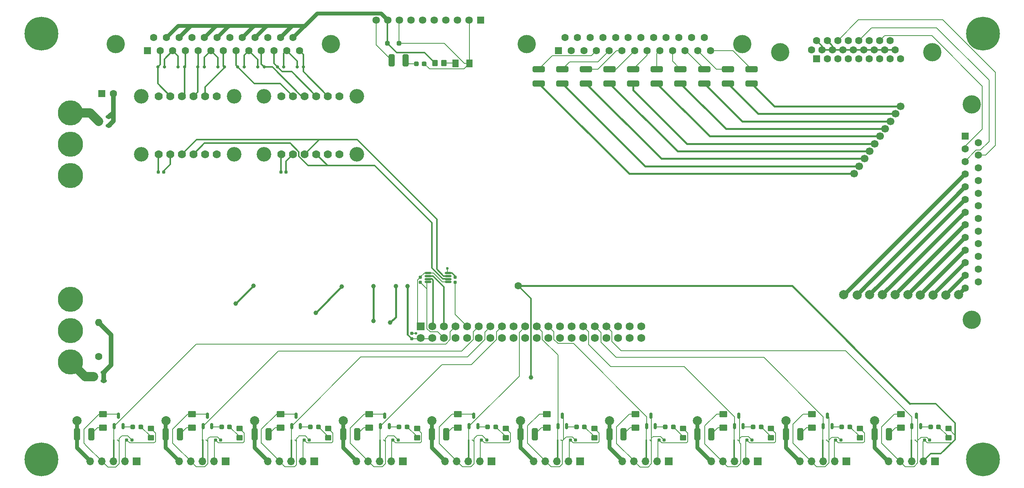
<source format=gbr>
%TF.GenerationSoftware,KiCad,Pcbnew,8.0.7*%
%TF.CreationDate,2025-03-15T22:48:53-07:00*%
%TF.ProjectId,launchController_noTemp,6c61756e-6368-4436-9f6e-74726f6c6c65,rev?*%
%TF.SameCoordinates,Original*%
%TF.FileFunction,Copper,L1,Top*%
%TF.FilePolarity,Positive*%
%FSLAX46Y46*%
G04 Gerber Fmt 4.6, Leading zero omitted, Abs format (unit mm)*
G04 Created by KiCad (PCBNEW 8.0.7) date 2025-03-15 22:48:53*
%MOMM*%
%LPD*%
G01*
G04 APERTURE LIST*
G04 Aperture macros list*
%AMRoundRect*
0 Rectangle with rounded corners*
0 $1 Rounding radius*
0 $2 $3 $4 $5 $6 $7 $8 $9 X,Y pos of 4 corners*
0 Add a 4 corners polygon primitive as box body*
4,1,4,$2,$3,$4,$5,$6,$7,$8,$9,$2,$3,0*
0 Add four circle primitives for the rounded corners*
1,1,$1+$1,$2,$3*
1,1,$1+$1,$4,$5*
1,1,$1+$1,$6,$7*
1,1,$1+$1,$8,$9*
0 Add four rect primitives between the rounded corners*
20,1,$1+$1,$2,$3,$4,$5,0*
20,1,$1+$1,$4,$5,$6,$7,0*
20,1,$1+$1,$6,$7,$8,$9,0*
20,1,$1+$1,$8,$9,$2,$3,0*%
G04 Aperture macros list end*
%TA.AperFunction,SMDPad,CuDef*%
%ADD10RoundRect,0.150000X0.150000X-0.512500X0.150000X0.512500X-0.150000X0.512500X-0.150000X-0.512500X0*%
%TD*%
%TA.AperFunction,SMDPad,CuDef*%
%ADD11RoundRect,0.250000X-0.450000X0.350000X-0.450000X-0.350000X0.450000X-0.350000X0.450000X0.350000X0*%
%TD*%
%TA.AperFunction,SMDPad,CuDef*%
%ADD12RoundRect,0.155000X-0.212500X-0.155000X0.212500X-0.155000X0.212500X0.155000X-0.212500X0.155000X0*%
%TD*%
%TA.AperFunction,SMDPad,CuDef*%
%ADD13RoundRect,0.250001X0.462499X0.624999X-0.462499X0.624999X-0.462499X-0.624999X0.462499X-0.624999X0*%
%TD*%
%TA.AperFunction,ComponentPad*%
%ADD14R,1.700000X1.700000*%
%TD*%
%TA.AperFunction,ComponentPad*%
%ADD15O,1.700000X1.700000*%
%TD*%
%TA.AperFunction,SMDPad,CuDef*%
%ADD16RoundRect,0.250000X-0.350000X-0.450000X0.350000X-0.450000X0.350000X0.450000X-0.350000X0.450000X0*%
%TD*%
%TA.AperFunction,SMDPad,CuDef*%
%ADD17RoundRect,0.250000X-0.400000X-1.075000X0.400000X-1.075000X0.400000X1.075000X-0.400000X1.075000X0*%
%TD*%
%TA.AperFunction,SMDPad,CuDef*%
%ADD18RoundRect,0.062500X-0.117500X-0.062500X0.117500X-0.062500X0.117500X0.062500X-0.117500X0.062500X0*%
%TD*%
%TA.AperFunction,SMDPad,CuDef*%
%ADD19RoundRect,0.237500X-0.287500X-0.237500X0.287500X-0.237500X0.287500X0.237500X-0.287500X0.237500X0*%
%TD*%
%TA.AperFunction,ComponentPad*%
%ADD20C,5.500000*%
%TD*%
%TA.AperFunction,SMDPad,CuDef*%
%ADD21RoundRect,0.150000X0.150000X0.200000X-0.150000X0.200000X-0.150000X-0.200000X0.150000X-0.200000X0*%
%TD*%
%TA.AperFunction,ComponentPad*%
%ADD22C,1.600000*%
%TD*%
%TA.AperFunction,ComponentPad*%
%ADD23O,1.600000X1.600000*%
%TD*%
%TA.AperFunction,SMDPad,CuDef*%
%ADD24RoundRect,0.250000X1.075000X-0.400000X1.075000X0.400000X-1.075000X0.400000X-1.075000X-0.400000X0*%
%TD*%
%TA.AperFunction,SMDPad,CuDef*%
%ADD25RoundRect,0.150000X0.512500X0.150000X-0.512500X0.150000X-0.512500X-0.150000X0.512500X-0.150000X0*%
%TD*%
%TA.AperFunction,SMDPad,CuDef*%
%ADD26RoundRect,0.250001X-0.624999X0.462499X-0.624999X-0.462499X0.624999X-0.462499X0.624999X0.462499X0*%
%TD*%
%TA.AperFunction,SMDPad,CuDef*%
%ADD27RoundRect,0.155000X0.155000X-0.212500X0.155000X0.212500X-0.155000X0.212500X-0.155000X-0.212500X0*%
%TD*%
%TA.AperFunction,SMDPad,CuDef*%
%ADD28RoundRect,0.150000X-0.150000X-0.200000X0.150000X-0.200000X0.150000X0.200000X-0.150000X0.200000X0*%
%TD*%
%TA.AperFunction,ComponentPad*%
%ADD29C,7.400000*%
%TD*%
%TA.AperFunction,SMDPad,CuDef*%
%ADD30RoundRect,0.155000X-0.155000X0.212500X-0.155000X-0.212500X0.155000X-0.212500X0.155000X0.212500X0*%
%TD*%
%TA.AperFunction,ComponentPad*%
%ADD31C,4.000000*%
%TD*%
%TA.AperFunction,ComponentPad*%
%ADD32R,1.600000X1.600000*%
%TD*%
%TA.AperFunction,ComponentPad*%
%ADD33R,1.635000X1.635000*%
%TD*%
%TA.AperFunction,ComponentPad*%
%ADD34C,1.635000*%
%TD*%
%TA.AperFunction,SMDPad,CuDef*%
%ADD35RoundRect,0.250000X-0.250000X-0.250000X0.250000X-0.250000X0.250000X0.250000X-0.250000X0.250000X0*%
%TD*%
%TA.AperFunction,ComponentPad*%
%ADD36C,1.778000*%
%TD*%
%TA.AperFunction,ComponentPad*%
%ADD37C,3.200000*%
%TD*%
%TA.AperFunction,SMDPad,CuDef*%
%ADD38RoundRect,0.112500X-0.612500X-0.112500X0.612500X-0.112500X0.612500X0.112500X-0.612500X0.112500X0*%
%TD*%
%TA.AperFunction,SMDPad,CuDef*%
%ADD39RoundRect,0.237500X0.287500X0.237500X-0.287500X0.237500X-0.287500X-0.237500X0.287500X-0.237500X0*%
%TD*%
%TA.AperFunction,ComponentPad*%
%ADD40R,1.750000X1.750000*%
%TD*%
%TA.AperFunction,ComponentPad*%
%ADD41C,1.750000*%
%TD*%
%TA.AperFunction,ViaPad*%
%ADD42C,0.600000*%
%TD*%
%TA.AperFunction,ViaPad*%
%ADD43C,1.000000*%
%TD*%
%TA.AperFunction,ViaPad*%
%ADD44C,1.600000*%
%TD*%
%TA.AperFunction,ViaPad*%
%ADD45C,2.000000*%
%TD*%
%TA.AperFunction,ViaPad*%
%ADD46C,1.700000*%
%TD*%
%TA.AperFunction,Conductor*%
%ADD47C,0.200000*%
%TD*%
%TA.AperFunction,Conductor*%
%ADD48C,0.300000*%
%TD*%
%TA.AperFunction,Conductor*%
%ADD49C,1.000000*%
%TD*%
%TA.AperFunction,Conductor*%
%ADD50C,0.400000*%
%TD*%
%TA.AperFunction,Conductor*%
%ADD51C,0.850000*%
%TD*%
%TA.AperFunction,Conductor*%
%ADD52C,2.000000*%
%TD*%
G04 APERTURE END LIST*
D10*
%TO.P,Q9,1,G*%
%TO.N,/GPIO 6*%
X274057512Y-174787500D03*
%TO.P,Q9,2,D*%
%TO.N,Net-(D11-K)*%
X275957512Y-174787500D03*
%TO.P,Q9,3,S*%
%TO.N,GND*%
X275007512Y-172512500D03*
%TD*%
D11*
%TO.P,R11,1*%
%TO.N,/+5V*%
X282061964Y-175350000D03*
%TO.P,R11,2*%
%TO.N,Net-(D11-A)*%
X282061964Y-177350000D03*
%TD*%
D12*
%TO.P,C13,1*%
%TO.N,/+5V*%
X155405000Y-119160000D03*
%TO.P,C13,2*%
%TO.N,GND*%
X156540000Y-119160000D03*
%TD*%
D13*
%TO.P,D1,1,K*%
%TO.N,GND*%
X196617500Y-95400000D03*
%TO.P,D1,2,A*%
%TO.N,Net-(D1-A)*%
X193642500Y-95400000D03*
%TD*%
D14*
%TO.P,J2,1,Pin_1*%
%TO.N,/+24V_switched*%
X143281753Y-182500000D03*
D15*
%TO.P,J2,2,Pin_2*%
%TO.N,/+5V*%
X140741753Y-182500000D03*
%TO.P,J2,3,Pin_3*%
%TO.N,/GPIO 17*%
X138201753Y-182500000D03*
%TO.P,J2,4,Pin_4*%
%TO.N,GND*%
X135661753Y-182500000D03*
%TO.P,J2,5,Pin_5*%
%TO.N,/RelayOut2*%
X133121753Y-182500000D03*
%TD*%
D16*
%TO.P,R1,1*%
%TO.N,/+5V*%
X189080000Y-95270000D03*
%TO.P,R1,2*%
%TO.N,Net-(D1-A)*%
X191080000Y-95270000D03*
%TD*%
D10*
%TO.P,Q3,1,G*%
%TO.N,/GPIO 27*%
X157776006Y-174787500D03*
%TO.P,Q3,2,D*%
%TO.N,Net-(D5-K)*%
X159676006Y-174787500D03*
%TO.P,Q3,3,S*%
%TO.N,GND*%
X158726006Y-172512500D03*
%TD*%
D17*
%TO.P,R15,1*%
%TO.N,/RelayOut3*%
X149630458Y-176550000D03*
%TO.P,R15,2*%
%TO.N,Net-(D15-A)*%
X152730458Y-176550000D03*
%TD*%
D18*
%TO.P,D25,1,A1*%
%TO.N,GND*%
X158526006Y-177850000D03*
%TO.P,D25,2,A2*%
%TO.N,/GPIO 27*%
X157686006Y-177850000D03*
%TD*%
D14*
%TO.P,J8,1,Pin_1*%
%TO.N,/+24V_switched*%
X259692271Y-182500000D03*
D15*
%TO.P,J8,2,Pin_2*%
%TO.N,/+5V*%
X257152271Y-182500000D03*
%TO.P,J8,3,Pin_3*%
%TO.N,/GPIO 5*%
X254612271Y-182500000D03*
%TO.P,J8,4,Pin_4*%
%TO.N,GND*%
X252072271Y-182500000D03*
%TO.P,J8,5,Pin_5*%
%TO.N,/RelayOut8*%
X249532271Y-182500000D03*
%TD*%
D19*
%TO.P,D12,1,K*%
%TO.N,Net-(D12-K)*%
X297544509Y-174950000D03*
%TO.P,D12,2,A*%
%TO.N,Net-(D12-A)*%
X299294509Y-174950000D03*
%TD*%
D20*
%TO.P,POWER1,1,Pin_1*%
%TO.N,/+24V*%
X109365000Y-106260000D03*
%TO.P,POWER1,2,Pin_2*%
%TO.N,GND*%
X109365000Y-113110000D03*
%TO.P,POWER1,3,Pin_3*%
X109365000Y-119960000D03*
%TD*%
D21*
%TO.P,D37,1,A1*%
%TO.N,GND*%
X141627858Y-96160000D03*
%TO.P,D37,2,A2*%
%TO.N,/A5*%
X143027858Y-96160000D03*
%TD*%
D22*
%TO.P,C15,1*%
%TO.N,/+24V_switched*%
X115540000Y-159610000D03*
D23*
%TO.P,C15,2*%
%TO.N,GND*%
X115540000Y-152110000D03*
%TD*%
D24*
%TO.P,R29,1*%
%TO.N,/guarded_RelayOut7*%
X227339998Y-99760000D03*
%TO.P,R29,2*%
%TO.N,Net-(J16-Pad7)*%
X227339998Y-96660000D03*
%TD*%
D25*
%TO.P,J15,1,Pin_1*%
%TO.N,GND*%
X117777500Y-109010000D03*
%TO.P,J15,2,Pin_2*%
X117777500Y-107110000D03*
%TO.P,J15,3,Pin_3*%
%TO.N,/+24V*%
X115502500Y-108060000D03*
%TD*%
D19*
%TO.P,D6,1,K*%
%TO.N,Net-(D6-K)*%
X181263003Y-174950000D03*
%TO.P,D6,2,A*%
%TO.N,Net-(D6-A)*%
X183013003Y-174950000D03*
%TD*%
D26*
%TO.P,D14,1,K*%
%TO.N,GND*%
X135914009Y-172162500D03*
%TO.P,D14,2,A*%
%TO.N,Net-(D14-A)*%
X135914009Y-175137500D03*
%TD*%
D18*
%TO.P,D27,1,A1*%
%TO.N,GND*%
X197350000Y-177850000D03*
%TO.P,D27,2,A2*%
%TO.N,/GPIO 10*%
X196510000Y-177850000D03*
%TD*%
D24*
%TO.P,R28,1*%
%TO.N,/guarded_RelayOut6*%
X232506664Y-99760000D03*
%TO.P,R28,2*%
%TO.N,Net-(J16-Pad8)*%
X232506664Y-96660000D03*
%TD*%
D18*
%TO.P,D32,1,A1*%
%TO.N,GND*%
X294219509Y-177850000D03*
%TO.P,D32,2,A2*%
%TO.N,/GPIO 13*%
X293379509Y-177850000D03*
%TD*%
D17*
%TO.P,R18,1*%
%TO.N,/RelayOut6*%
X207866449Y-176550000D03*
%TO.P,R18,2*%
%TO.N,Net-(D18-A)*%
X210966449Y-176550000D03*
%TD*%
D27*
%TO.P,C14,1*%
%TO.N,/+5V*%
X184040000Y-155660000D03*
%TO.P,C14,2*%
%TO.N,GND*%
X184040000Y-154525000D03*
%TD*%
D28*
%TO.P,D34,1,A1*%
%TO.N,GND*%
X156054284Y-96160000D03*
%TO.P,D34,2,A2*%
%TO.N,/A2*%
X154654284Y-96160000D03*
%TD*%
D12*
%TO.P,C9,1*%
%TO.N,/+5V*%
X257360515Y-177850000D03*
%TO.P,C9,2*%
%TO.N,GND*%
X258495515Y-177850000D03*
%TD*%
D17*
%TO.P,R22,1*%
%TO.N,/RelayOut10*%
X285323961Y-176550000D03*
%TO.P,R22,2*%
%TO.N,Net-(D22-A)*%
X288423961Y-176550000D03*
%TD*%
D11*
%TO.P,R3,1*%
%TO.N,/+5V*%
X126956464Y-175350000D03*
%TO.P,R3,2*%
%TO.N,Net-(D3-A)*%
X126956464Y-177350000D03*
%TD*%
D26*
%TO.P,D21,1,K*%
%TO.N,GND*%
X271607512Y-172162500D03*
%TO.P,D21,2,A*%
%TO.N,Net-(D21-A)*%
X271607512Y-175137500D03*
%TD*%
D12*
%TO.P,C8,1*%
%TO.N,/+5V*%
X238138994Y-177850000D03*
%TO.P,C8,2*%
%TO.N,GND*%
X239273994Y-177850000D03*
%TD*%
D14*
%TO.P,J6,1,Pin_1*%
%TO.N,/+24V_switched*%
X220888765Y-182500000D03*
D15*
%TO.P,J6,2,Pin_2*%
%TO.N,/+5V*%
X218348765Y-182500000D03*
%TO.P,J6,3,Pin_3*%
%TO.N,/GPIO 9*%
X215808765Y-182500000D03*
%TO.P,J6,4,Pin_4*%
%TO.N,GND*%
X213268765Y-182500000D03*
%TO.P,J6,5,Pin_5*%
%TO.N,/RelayOut6*%
X210728765Y-182500000D03*
%TD*%
D17*
%TO.P,R17,1*%
%TO.N,/RelayOut5*%
X188454452Y-176550000D03*
%TO.P,R17,2*%
%TO.N,Net-(D17-A)*%
X191554452Y-176550000D03*
%TD*%
D19*
%TO.P,D11,1,K*%
%TO.N,Net-(D11-K)*%
X278132512Y-174950000D03*
%TO.P,D11,2,A*%
%TO.N,Net-(D11-A)*%
X279882512Y-174950000D03*
%TD*%
D28*
%TO.P,D40,1,A1*%
%TO.N,GND*%
X129911432Y-96160000D03*
%TO.P,D40,2,A2*%
%TO.N,/A8*%
X128511432Y-96160000D03*
%TD*%
D29*
%TO.P,H1,1,1*%
%TO.N,GND*%
X308990000Y-88910000D03*
%TD*%
D17*
%TO.P,R19,1*%
%TO.N,/RelayOut7*%
X227278446Y-176550000D03*
%TO.P,R19,2*%
%TO.N,Net-(D19-A)*%
X230378446Y-176550000D03*
%TD*%
D20*
%TO.P,RELAY_ARM1,1,Pin_1*%
%TO.N,/+24V*%
X109365000Y-147060000D03*
%TO.P,RELAY_ARM1,2,Pin_2*%
%TO.N,GND*%
X109365000Y-153910000D03*
%TO.P,RELAY_ARM1,3,Pin_3*%
%TO.N,/+24V_switched*%
X109365000Y-160760000D03*
%TD*%
D30*
%TO.P,C17,1*%
%TO.N,/+3.3V*%
X185928000Y-142180500D03*
%TO.P,C17,2*%
%TO.N,GND*%
X185928000Y-143315500D03*
%TD*%
D10*
%TO.P,Q4,1,G*%
%TO.N,/GPIO 22*%
X177188003Y-174787500D03*
%TO.P,Q4,2,D*%
%TO.N,Net-(D6-K)*%
X179088003Y-174787500D03*
%TO.P,Q4,3,S*%
%TO.N,GND*%
X178138003Y-172512500D03*
%TD*%
%TO.P,Q8,1,G*%
%TO.N,/GPIO 5*%
X254645515Y-174787500D03*
%TO.P,Q8,2,D*%
%TO.N,Net-(D10-K)*%
X256545515Y-174787500D03*
%TO.P,Q8,3,S*%
%TO.N,GND*%
X255595515Y-172512500D03*
%TD*%
D26*
%TO.P,D20,1,K*%
%TO.N,GND*%
X252195515Y-172162500D03*
%TO.P,D20,2,A*%
%TO.N,Net-(D20-A)*%
X252195515Y-175137500D03*
%TD*%
D18*
%TO.P,D29,1,A1*%
%TO.N,GND*%
X236173994Y-177850000D03*
%TO.P,D29,2,A2*%
%TO.N,/GPIO 11*%
X235333994Y-177850000D03*
%TD*%
D10*
%TO.P,Q6,1,G*%
%TO.N,/GPIO 9*%
X216011997Y-174787500D03*
%TO.P,Q6,2,D*%
%TO.N,Net-(D8-K)*%
X217911997Y-174787500D03*
%TO.P,Q6,3,S*%
%TO.N,GND*%
X216961997Y-172512500D03*
%TD*%
D31*
%TO.P,J13,0*%
%TO.N,N/C*%
X297915000Y-92960000D03*
X264615000Y-92960000D03*
D32*
%TO.P,J13,1,Pin_1*%
%TO.N,/guarded_RelayOut9*%
X272640000Y-94380000D03*
D22*
%TO.P,J13,2,Pin_2*%
%TO.N,/guarded_RelayOut8*%
X274930000Y-94380000D03*
%TO.P,J13,3,Pin_3*%
%TO.N,/guarded_RelayOut7*%
X277220000Y-94380000D03*
%TO.P,J13,4,Pin_4*%
%TO.N,/guarded_RelayOut6*%
X279510000Y-94380000D03*
%TO.P,J13,5,Pin_5*%
%TO.N,/guarded_RelayOut5*%
X281800000Y-94380000D03*
%TO.P,J13,6,Pin_6*%
%TO.N,/guarded_RelayOut4*%
X284090000Y-94380000D03*
%TO.P,J13,7,Pin_7*%
%TO.N,/guarded_RelayOut3*%
X286380000Y-94380000D03*
%TO.P,J13,8,Pin_8*%
%TO.N,/guarded_RelayOut2*%
X288670000Y-94380000D03*
%TO.P,J13,9,Pin_9*%
%TO.N,/guarded_RelayOut1*%
X290960000Y-94380000D03*
%TO.P,J13,10,Pin_10*%
%TO.N,/guarded_RelayOut10*%
X271495000Y-92400000D03*
%TO.P,J13,11,Pin_11*%
%TO.N,GND*%
X273785000Y-92400000D03*
%TO.P,J13,12,Pin_12*%
X276075000Y-92400000D03*
%TO.P,J13,13,Pin_13*%
X278365000Y-92400000D03*
%TO.P,J13,14,Pin_14*%
X280655000Y-92400000D03*
%TO.P,J13,15,Pin_15*%
X282945000Y-92400000D03*
%TO.P,J13,16,Pin_16*%
X285235000Y-92400000D03*
%TO.P,J13,17,Pin_17*%
X287525000Y-92400000D03*
%TO.P,J13,18,Pin_18*%
X289815000Y-92400000D03*
%TO.P,J13,19,Pin_19*%
X272640000Y-90420000D03*
%TO.P,J13,20,Pin_20*%
X274930000Y-90420000D03*
%TO.P,J13,21,Pin_21*%
%TO.N,/PressureSwitch_in3*%
X277220000Y-90420000D03*
%TO.P,J13,22,Pin_22*%
%TO.N,/+24V_guarded*%
X279510000Y-90420000D03*
%TO.P,J13,23,Pin_23*%
%TO.N,/PressureSwitch_in2*%
X281800000Y-90420000D03*
%TO.P,J13,24,Pin_24*%
%TO.N,/+24V_guarded*%
X284090000Y-90420000D03*
%TO.P,J13,25,Pin_25*%
%TO.N,/PressureSwitch_in1*%
X286380000Y-90420000D03*
%TO.P,J13,26,Pin_26*%
%TO.N,/+24V_guarded*%
X288670000Y-90420000D03*
%TD*%
D30*
%TO.P,C16,1*%
%TO.N,/+5V*%
X193548000Y-142180500D03*
%TO.P,C16,2*%
%TO.N,GND*%
X193548000Y-143315500D03*
%TD*%
D18*
%TO.P,D23,1,A1*%
%TO.N,GND*%
X119702012Y-177850000D03*
%TO.P,D23,2,A2*%
%TO.N,/GPIO 4*%
X118862012Y-177850000D03*
%TD*%
D14*
%TO.P,J5,1,Pin_1*%
%TO.N,/+24V_switched*%
X201487012Y-182500000D03*
D15*
%TO.P,J5,2,Pin_2*%
%TO.N,/+5V*%
X198947012Y-182500000D03*
%TO.P,J5,3,Pin_3*%
%TO.N,/GPIO 10*%
X196407012Y-182500000D03*
%TO.P,J5,4,Pin_4*%
%TO.N,GND*%
X193867012Y-182500000D03*
%TO.P,J5,5,Pin_5*%
%TO.N,/RelayOut5*%
X191327012Y-182500000D03*
%TD*%
D12*
%TO.P,C10,1*%
%TO.N,/+5V*%
X276772512Y-177850000D03*
%TO.P,C10,2*%
%TO.N,GND*%
X277907512Y-177850000D03*
%TD*%
D10*
%TO.P,Q1,1,G*%
%TO.N,/GPIO 4*%
X118952012Y-174787500D03*
%TO.P,Q1,2,D*%
%TO.N,Net-(D3-K)*%
X120852012Y-174787500D03*
%TO.P,Q1,3,S*%
%TO.N,GND*%
X119902012Y-172512500D03*
%TD*%
D31*
%TO.P,J17,0*%
%TO.N,N/C*%
X166385000Y-91170331D03*
X119285000Y-91170331D03*
D32*
%TO.P,J17,1,1*%
%TO.N,GND*%
X126215000Y-92590331D03*
D22*
%TO.P,J17,2,2*%
%TO.N,/A8*%
X128985000Y-92590331D03*
%TO.P,J17,3,3*%
%TO.N,GND*%
X131755000Y-92590331D03*
%TO.P,J17,4,4*%
%TO.N,/A7*%
X134525000Y-92590331D03*
%TO.P,J17,5,5*%
%TO.N,/A6*%
X137295000Y-92590331D03*
%TO.P,J17,6,6*%
%TO.N,GND*%
X140065000Y-92590331D03*
%TO.P,J17,7,7*%
%TO.N,/A5*%
X142835000Y-92590331D03*
%TO.P,J17,8,8*%
%TO.N,/A4*%
X145605000Y-92590331D03*
%TO.P,J17,9,9*%
%TO.N,GND*%
X148375000Y-92590331D03*
%TO.P,J17,10,10*%
%TO.N,/A3*%
X151145000Y-92590331D03*
%TO.P,J17,11,11*%
%TO.N,/A2*%
X153915000Y-92590331D03*
%TO.P,J17,12,12*%
%TO.N,GND*%
X156685000Y-92590331D03*
%TO.P,J17,13,13*%
%TO.N,/A1*%
X159455000Y-92590331D03*
%TO.P,J17,14,P14*%
%TO.N,GND*%
X127600000Y-89750331D03*
%TO.P,J17,15,P15*%
%TO.N,/+5V*%
X130370000Y-89750331D03*
%TO.P,J17,16,P16*%
X133140000Y-89750331D03*
%TO.P,J17,17,P17*%
%TO.N,GND*%
X135910000Y-89750331D03*
%TO.P,J17,18,P18*%
%TO.N,/+5V*%
X138680000Y-89750331D03*
%TO.P,J17,19,P19*%
X141450000Y-89750331D03*
%TO.P,J17,20,P20*%
%TO.N,GND*%
X144220000Y-89750331D03*
%TO.P,J17,21,P21*%
%TO.N,/+5V*%
X146990000Y-89750331D03*
%TO.P,J17,22,P22*%
X149760000Y-89750331D03*
%TO.P,J17,23,P23*%
%TO.N,GND*%
X152530000Y-89750331D03*
%TO.P,J17,24,P24*%
%TO.N,/+5V*%
X155300000Y-89750331D03*
%TO.P,J17,25,P25*%
X158070000Y-89750331D03*
%TD*%
D28*
%TO.P,D36,1,A1*%
%TO.N,GND*%
X147340000Y-96160000D03*
%TO.P,D36,2,A2*%
%TO.N,/A4*%
X145940000Y-96160000D03*
%TD*%
D17*
%TO.P,R13,1*%
%TO.N,/RelayOut1*%
X110806464Y-176550000D03*
%TO.P,R13,2*%
%TO.N,Net-(D13-A)*%
X113906464Y-176550000D03*
%TD*%
D33*
%TO.P,J12,1,Pin_1*%
%TO.N,GND*%
X199110000Y-85920000D03*
D34*
%TO.P,J12,2,Pin_2*%
X196570000Y-85920000D03*
%TO.P,J12,3,Pin_3*%
X194030000Y-85920000D03*
%TO.P,J12,4,Pin_4*%
X191490000Y-85920000D03*
%TO.P,J12,5,Pin_5*%
X188950000Y-85920000D03*
%TO.P,J12,6,Pin_6*%
X186410000Y-85920000D03*
%TO.P,J12,7,Pin_7*%
X183870000Y-85920000D03*
%TO.P,J12,8,Pin_8*%
X181330000Y-85920000D03*
%TO.P,J12,9,Pin_9*%
%TO.N,/+5V*%
X178790000Y-85920000D03*
%TO.P,J12,10,Pin_10*%
%TO.N,/+24V*%
X176250000Y-85920000D03*
%TD*%
D35*
%TO.P,D41,1,A1*%
%TO.N,/+5V*%
X178730000Y-91030000D03*
%TO.P,D41,2,A2*%
%TO.N,GND*%
X181230000Y-91030000D03*
%TD*%
D11*
%TO.P,R9,1*%
%TO.N,/+5V*%
X243428446Y-175350000D03*
%TO.P,R9,2*%
%TO.N,Net-(D9-A)*%
X243428446Y-177350000D03*
%TD*%
D32*
%TO.P,C1,1*%
%TO.N,/+24V*%
X116257621Y-101960000D03*
D22*
%TO.P,C1,2*%
%TO.N,GND*%
X118757621Y-101960000D03*
%TD*%
D26*
%TO.P,D15,1,K*%
%TO.N,GND*%
X155326006Y-172162500D03*
%TO.P,D15,2,A*%
%TO.N,Net-(D15-A)*%
X155326006Y-175137500D03*
%TD*%
D17*
%TO.P,R2,1*%
%TO.N,/+24V*%
X179610000Y-94690000D03*
%TO.P,R2,2*%
%TO.N,Net-(D2-A)*%
X182710000Y-94690000D03*
%TD*%
D36*
%TO.P,U2,1,Vin*%
%TO.N,/+5V*%
X128693000Y-115247000D03*
%TO.P,U2,2,GND*%
%TO.N,GND*%
X131233000Y-115247000D03*
%TO.P,U2,3,SCL*%
%TO.N,/SCLB*%
X133773000Y-115247000D03*
%TO.P,U2,4,SDA*%
%TO.N,/SDAB*%
X136313000Y-115247000D03*
%TO.P,U2,5,ADDR*%
%TO.N,GND*%
X138853000Y-115247000D03*
%TO.P,U2,6,ALERT/RDY*%
%TO.N,unconnected-(U2-ALERT{slash}RDY-Pad6)*%
X141393000Y-115247000D03*
%TO.P,U2,7,A+*%
%TO.N,unconnected-(U2-A+-Pad7)*%
X128693000Y-102547000D03*
%TO.P,U2,8,AIN3*%
%TO.N,/A8*%
X131233000Y-102547000D03*
%TO.P,U2,9,AIN2*%
%TO.N,/A7*%
X133773000Y-102547000D03*
%TO.P,U2,10,AIN1*%
%TO.N,/A6*%
X136313000Y-102547000D03*
%TO.P,U2,11,AIN0*%
%TO.N,/A5*%
X138853000Y-102547000D03*
%TO.P,U2,12,A-*%
%TO.N,unconnected-(U2-A--Pad12)*%
X141393000Y-102547000D03*
D37*
%TO.P,U2,P$1*%
%TO.N,N/C*%
X124883000Y-102547000D03*
X124883000Y-115247000D03*
X145203000Y-102547000D03*
X145203000Y-115247000D03*
%TD*%
D26*
%TO.P,D19,1,K*%
%TO.N,GND*%
X232973994Y-172162500D03*
%TO.P,D19,2,A*%
%TO.N,Net-(D19-A)*%
X232973994Y-175137500D03*
%TD*%
D24*
%TO.P,R26,1*%
%TO.N,/guarded_RelayOut4*%
X242839996Y-99760000D03*
%TO.P,R26,2*%
%TO.N,Net-(J16-Pad10)*%
X242839996Y-96660000D03*
%TD*%
D11*
%TO.P,R7,1*%
%TO.N,/+5V*%
X204604452Y-175350000D03*
%TO.P,R7,2*%
%TO.N,Net-(D7-A)*%
X204604452Y-177350000D03*
%TD*%
D19*
%TO.P,D3,1,K*%
%TO.N,Net-(D3-K)*%
X123027012Y-174950000D03*
%TO.P,D3,2,A*%
%TO.N,Net-(D3-A)*%
X124777012Y-174950000D03*
%TD*%
D29*
%TO.P,H4,1,1*%
%TO.N,GND*%
X102990000Y-182110000D03*
%TD*%
%TO.P,H3,1,1*%
%TO.N,GND*%
X102990000Y-88910000D03*
%TD*%
D18*
%TO.P,D24,1,A1*%
%TO.N,GND*%
X139114009Y-177850000D03*
%TO.P,D24,2,A2*%
%TO.N,/GPIO 17*%
X138274009Y-177850000D03*
%TD*%
D14*
%TO.P,J9,1,Pin_1*%
%TO.N,/+24V_switched*%
X279094024Y-182500000D03*
D15*
%TO.P,J9,2,Pin_2*%
%TO.N,/+5V*%
X276554024Y-182500000D03*
%TO.P,J9,3,Pin_3*%
%TO.N,/GPIO 6*%
X274014024Y-182500000D03*
%TO.P,J9,4,Pin_4*%
%TO.N,GND*%
X271474024Y-182500000D03*
%TO.P,J9,5,Pin_5*%
%TO.N,/RelayOut9*%
X268934024Y-182500000D03*
%TD*%
D31*
%TO.P,J16,0*%
%TO.N,N/C*%
X256325000Y-91180000D03*
X209225000Y-91180000D03*
D32*
%TO.P,J16,1,1*%
%TO.N,GND*%
X216155000Y-92600000D03*
D22*
%TO.P,J16,2,2*%
X218925000Y-92600000D03*
%TO.P,J16,3,3*%
X221695000Y-92600000D03*
%TO.P,J16,4,4*%
%TO.N,Net-(J16-Pad4)*%
X224465000Y-92600000D03*
%TO.P,J16,5,5*%
%TO.N,Net-(J16-Pad5)*%
X227235000Y-92600000D03*
%TO.P,J16,6,6*%
%TO.N,Net-(J16-Pad6)*%
X230005000Y-92600000D03*
%TO.P,J16,7,7*%
%TO.N,Net-(J16-Pad7)*%
X232775000Y-92600000D03*
%TO.P,J16,8,8*%
%TO.N,Net-(J16-Pad8)*%
X235545000Y-92600000D03*
%TO.P,J16,9,9*%
%TO.N,Net-(J16-Pad9)*%
X238315000Y-92600000D03*
%TO.P,J16,10,10*%
%TO.N,Net-(J16-Pad10)*%
X241085000Y-92600000D03*
%TO.P,J16,11,11*%
%TO.N,Net-(J16-Pad11)*%
X243855000Y-92600000D03*
%TO.P,J16,12,12*%
%TO.N,Net-(J16-Pad12)*%
X246625000Y-92600000D03*
%TO.P,J16,13,13*%
%TO.N,Net-(J16-Pad13)*%
X249395000Y-92600000D03*
%TO.P,J16,14,P14*%
%TO.N,GND*%
X217540000Y-89760000D03*
%TO.P,J16,15,P15*%
X220310000Y-89760000D03*
%TO.P,J16,16,P16*%
X223080000Y-89760000D03*
%TO.P,J16,17,P17*%
X225850000Y-89760000D03*
%TO.P,J16,18,P18*%
X228620000Y-89760000D03*
%TO.P,J16,19,P19*%
X231390000Y-89760000D03*
%TO.P,J16,20,P20*%
X234160000Y-89760000D03*
%TO.P,J16,21,P21*%
X236930000Y-89760000D03*
%TO.P,J16,22,P22*%
X239700000Y-89760000D03*
%TO.P,J16,23,P23*%
X242470000Y-89760000D03*
%TO.P,J16,24,P24*%
X245240000Y-89760000D03*
%TO.P,J16,25,P25*%
X248010000Y-89760000D03*
%TD*%
D21*
%TO.P,D33,1,A1*%
%TO.N,GND*%
X158940000Y-96160000D03*
%TO.P,D33,2,A2*%
%TO.N,/A1*%
X160340000Y-96160000D03*
%TD*%
D12*
%TO.P,C6,1*%
%TO.N,/+5V*%
X199315000Y-177850000D03*
%TO.P,C6,2*%
%TO.N,GND*%
X200450000Y-177850000D03*
%TD*%
D19*
%TO.P,D7,1,K*%
%TO.N,Net-(D7-K)*%
X200675000Y-174950000D03*
%TO.P,D7,2,A*%
%TO.N,Net-(D7-A)*%
X202425000Y-174950000D03*
%TD*%
D17*
%TO.P,R20,1*%
%TO.N,/RelayOut8*%
X246499967Y-176550000D03*
%TO.P,R20,2*%
%TO.N,Net-(D20-A)*%
X249599967Y-176550000D03*
%TD*%
D36*
%TO.P,U1,1,Vin*%
%TO.N,/+5V*%
X155540000Y-115260000D03*
%TO.P,U1,2,GND*%
%TO.N,GND*%
X158080000Y-115260000D03*
%TO.P,U1,3,SCL*%
%TO.N,/SCLB*%
X160620000Y-115260000D03*
%TO.P,U1,4,SDA*%
%TO.N,/SDAB*%
X163160000Y-115260000D03*
%TO.P,U1,5,ADDR*%
%TO.N,/+5V*%
X165700000Y-115260000D03*
%TO.P,U1,6,ALERT/RDY*%
%TO.N,unconnected-(U1-ALERT{slash}RDY-Pad6)*%
X168240000Y-115260000D03*
%TO.P,U1,7,A+*%
%TO.N,unconnected-(U1-A+-Pad7)*%
X155540000Y-102560000D03*
%TO.P,U1,8,AIN3*%
%TO.N,/A4*%
X158080000Y-102560000D03*
%TO.P,U1,9,AIN2*%
%TO.N,/A3*%
X160620000Y-102560000D03*
%TO.P,U1,10,AIN1*%
%TO.N,/A2*%
X163160000Y-102560000D03*
%TO.P,U1,11,AIN0*%
%TO.N,/A1*%
X165700000Y-102560000D03*
%TO.P,U1,12,A-*%
%TO.N,unconnected-(U1-A--Pad12)*%
X168240000Y-102560000D03*
D37*
%TO.P,U1,P$1*%
%TO.N,N/C*%
X151730000Y-102560000D03*
X151730000Y-115260000D03*
X172050000Y-102560000D03*
X172050000Y-115260000D03*
%TD*%
D17*
%TO.P,R14,1*%
%TO.N,/RelayOut2*%
X130218461Y-176550000D03*
%TO.P,R14,2*%
%TO.N,Net-(D14-A)*%
X133318461Y-176550000D03*
%TD*%
D19*
%TO.P,D9,1,K*%
%TO.N,Net-(D9-K)*%
X239498994Y-174950000D03*
%TO.P,D9,2,A*%
%TO.N,Net-(D9-A)*%
X241248994Y-174950000D03*
%TD*%
D14*
%TO.P,J1,1,Pin_1*%
%TO.N,/+24V_switched*%
X123880000Y-182500000D03*
D15*
%TO.P,J1,2,Pin_2*%
%TO.N,/+5V*%
X121340000Y-182500000D03*
%TO.P,J1,3,Pin_3*%
%TO.N,/GPIO 4*%
X118800000Y-182500000D03*
%TO.P,J1,4,Pin_4*%
%TO.N,GND*%
X116260000Y-182500000D03*
%TO.P,J1,5,Pin_5*%
%TO.N,/RelayOut1*%
X113720000Y-182500000D03*
%TD*%
D14*
%TO.P,J10,1,Pin_1*%
%TO.N,/+24V_switched*%
X298495777Y-182500000D03*
D15*
%TO.P,J10,2,Pin_2*%
%TO.N,/+5V*%
X295955777Y-182500000D03*
%TO.P,J10,3,Pin_3*%
%TO.N,/GPIO 13*%
X293415777Y-182500000D03*
%TO.P,J10,4,Pin_4*%
%TO.N,GND*%
X290875777Y-182500000D03*
%TO.P,J10,5,Pin_5*%
%TO.N,/RelayOut10*%
X288335777Y-182500000D03*
%TD*%
D19*
%TO.P,D10,1,K*%
%TO.N,Net-(D10-K)*%
X258720515Y-174950000D03*
%TO.P,D10,2,A*%
%TO.N,Net-(D10-A)*%
X260470515Y-174950000D03*
%TD*%
D10*
%TO.P,Q7,1,G*%
%TO.N,/GPIO 11*%
X235423994Y-174787500D03*
%TO.P,Q7,2,D*%
%TO.N,Net-(D9-K)*%
X237323994Y-174787500D03*
%TO.P,Q7,3,S*%
%TO.N,GND*%
X236373994Y-172512500D03*
%TD*%
D19*
%TO.P,D4,1,K*%
%TO.N,Net-(D4-K)*%
X142439009Y-174950000D03*
%TO.P,D4,2,A*%
%TO.N,Net-(D4-A)*%
X144189009Y-174950000D03*
%TD*%
D24*
%TO.P,R23,1*%
%TO.N,/guarded_RelayOut1*%
X258340000Y-99760000D03*
%TO.P,R23,2*%
%TO.N,Net-(J16-Pad13)*%
X258340000Y-96660000D03*
%TD*%
%TO.P,R30,1*%
%TO.N,/guarded_RelayOut8*%
X222173332Y-99760000D03*
%TO.P,R30,2*%
%TO.N,Net-(J16-Pad6)*%
X222173332Y-96660000D03*
%TD*%
%TO.P,R31,1*%
%TO.N,/guarded_RelayOut9*%
X217006666Y-99760000D03*
%TO.P,R31,2*%
%TO.N,Net-(J16-Pad5)*%
X217006666Y-96660000D03*
%TD*%
D12*
%TO.P,C2,1*%
%TO.N,/+5V*%
X121667012Y-177850000D03*
%TO.P,C2,2*%
%TO.N,GND*%
X122802012Y-177850000D03*
%TD*%
D18*
%TO.P,D28,1,A1*%
%TO.N,GND*%
X216761997Y-177850000D03*
%TO.P,D28,2,A2*%
%TO.N,/GPIO 9*%
X215921997Y-177850000D03*
%TD*%
D38*
%TO.P,U3,1,VCCA*%
%TO.N,/+3.3V*%
X187624000Y-141306000D03*
%TO.P,U3,2,SCLA*%
%TO.N,/SCLA*%
X187624000Y-141956000D03*
%TO.P,U3,3,SDAA*%
%TO.N,/SDAA*%
X187624000Y-142606000D03*
%TO.P,U3,4,GND*%
%TO.N,GND*%
X187624000Y-143256000D03*
%TO.P,U3,5,EN*%
%TO.N,/+3.3V*%
X192024000Y-143256000D03*
%TO.P,U3,6,SDAB*%
%TO.N,/SDAB*%
X192024000Y-142606000D03*
%TO.P,U3,7,SCLB*%
%TO.N,/SCLB*%
X192024000Y-141956000D03*
%TO.P,U3,8,VCCB*%
%TO.N,/+5V*%
X192024000Y-141306000D03*
%TD*%
D12*
%TO.P,C3,1*%
%TO.N,/+5V*%
X141079009Y-177850000D03*
%TO.P,C3,2*%
%TO.N,GND*%
X142214009Y-177850000D03*
%TD*%
D26*
%TO.P,D13,1,K*%
%TO.N,GND*%
X116502012Y-172162500D03*
%TO.P,D13,2,A*%
%TO.N,Net-(D13-A)*%
X116502012Y-175137500D03*
%TD*%
%TO.P,D18,1,K*%
%TO.N,GND*%
X213561997Y-172162500D03*
%TO.P,D18,2,A*%
%TO.N,Net-(D18-A)*%
X213561997Y-175137500D03*
%TD*%
%TO.P,D22,1,K*%
%TO.N,GND*%
X291019509Y-172162500D03*
%TO.P,D22,2,A*%
%TO.N,Net-(D22-A)*%
X291019509Y-175137500D03*
%TD*%
%TO.P,D17,1,K*%
%TO.N,GND*%
X194150000Y-172162500D03*
%TO.P,D17,2,A*%
%TO.N,Net-(D17-A)*%
X194150000Y-175137500D03*
%TD*%
D12*
%TO.P,C4,1*%
%TO.N,/+5V*%
X160491006Y-177850000D03*
%TO.P,C4,2*%
%TO.N,GND*%
X161626006Y-177850000D03*
%TD*%
D29*
%TO.P,H2,1,1*%
%TO.N,GND*%
X308990000Y-182110000D03*
%TD*%
D17*
%TO.P,R21,1*%
%TO.N,/RelayOut9*%
X265911964Y-176550000D03*
%TO.P,R21,2*%
%TO.N,Net-(D21-A)*%
X269011964Y-176550000D03*
%TD*%
D31*
%TO.P,J14,0*%
%TO.N,N/C*%
X306529669Y-151505000D03*
X306529669Y-104405000D03*
D32*
%TO.P,J14,1,1*%
%TO.N,GND*%
X305109669Y-111335000D03*
D22*
%TO.P,J14,2,2*%
%TO.N,/PressureSwitch_in1*%
X305109669Y-114105000D03*
%TO.P,J14,3,3*%
%TO.N,/PressureSwitch_in2*%
X305109669Y-116875000D03*
%TO.P,J14,4,4*%
%TO.N,/RelayOut1*%
X305109669Y-119645000D03*
%TO.P,J14,5,5*%
%TO.N,/RelayOut2*%
X305109669Y-122415000D03*
%TO.P,J14,6,6*%
%TO.N,/RelayOut3*%
X305109669Y-125185000D03*
%TO.P,J14,7,7*%
%TO.N,/RelayOut4*%
X305109669Y-127955000D03*
%TO.P,J14,8,8*%
%TO.N,/RelayOut5*%
X305109669Y-130725000D03*
%TO.P,J14,9,9*%
%TO.N,/RelayOut6*%
X305109669Y-133495000D03*
%TO.P,J14,10,10*%
%TO.N,/RelayOut7*%
X305109669Y-136265000D03*
%TO.P,J14,11,11*%
%TO.N,/RelayOut8*%
X305109669Y-139035000D03*
%TO.P,J14,12,12*%
%TO.N,/RelayOut9*%
X305109669Y-141805000D03*
%TO.P,J14,13,13*%
%TO.N,/RelayOut10*%
X305109669Y-144575000D03*
%TO.P,J14,14,P14*%
%TO.N,/+24V_guarded*%
X307949669Y-112720000D03*
%TO.P,J14,15,P15*%
%TO.N,/PressureSwitch_in3*%
X307949669Y-115490000D03*
%TO.P,J14,16,P16*%
%TO.N,/guarded_RelayOut1*%
X307949669Y-118260000D03*
%TO.P,J14,17,P17*%
%TO.N,/guarded_RelayOut2*%
X307949669Y-121030000D03*
%TO.P,J14,18,P18*%
%TO.N,/guarded_RelayOut3*%
X307949669Y-123800000D03*
%TO.P,J14,19,P19*%
%TO.N,/guarded_RelayOut4*%
X307949669Y-126570000D03*
%TO.P,J14,20,P20*%
%TO.N,/guarded_RelayOut5*%
X307949669Y-129340000D03*
%TO.P,J14,21,P21*%
%TO.N,/guarded_RelayOut6*%
X307949669Y-132110000D03*
%TO.P,J14,22,P22*%
%TO.N,/guarded_RelayOut7*%
X307949669Y-134880000D03*
%TO.P,J14,23,P23*%
%TO.N,/guarded_RelayOut8*%
X307949669Y-137650000D03*
%TO.P,J14,24,P24*%
%TO.N,/guarded_RelayOut9*%
X307949669Y-140420000D03*
%TO.P,J14,25,P25*%
%TO.N,/guarded_RelayOut10*%
X307949669Y-143190000D03*
%TD*%
D28*
%TO.P,D38,1,A1*%
%TO.N,GND*%
X138625716Y-96160000D03*
%TO.P,D38,2,A2*%
%TO.N,/A6*%
X137225716Y-96160000D03*
%TD*%
D21*
%TO.P,D39,1,A1*%
%TO.N,GND*%
X132913574Y-96160000D03*
%TO.P,D39,2,A2*%
%TO.N,/A7*%
X134313574Y-96160000D03*
%TD*%
D24*
%TO.P,R32,1*%
%TO.N,/guarded_RelayOut10*%
X211840000Y-99760000D03*
%TO.P,R32,2*%
%TO.N,Net-(J16-Pad4)*%
X211840000Y-96660000D03*
%TD*%
D11*
%TO.P,R8,1*%
%TO.N,/+5V*%
X224016449Y-175350000D03*
%TO.P,R8,2*%
%TO.N,Net-(D8-A)*%
X224016449Y-177350000D03*
%TD*%
D18*
%TO.P,D31,1,A1*%
%TO.N,GND*%
X274807512Y-177850000D03*
%TO.P,D31,2,A2*%
%TO.N,/GPIO 6*%
X273967512Y-177850000D03*
%TD*%
D11*
%TO.P,R4,1*%
%TO.N,/+5V*%
X146368461Y-175350000D03*
%TO.P,R4,2*%
%TO.N,Net-(D4-A)*%
X146368461Y-177350000D03*
%TD*%
D12*
%TO.P,C7,1*%
%TO.N,/+5V*%
X218726997Y-177850000D03*
%TO.P,C7,2*%
%TO.N,GND*%
X219861997Y-177850000D03*
%TD*%
D19*
%TO.P,D5,1,K*%
%TO.N,Net-(D5-K)*%
X161851006Y-174950000D03*
%TO.P,D5,2,A*%
%TO.N,Net-(D5-A)*%
X163601006Y-174950000D03*
%TD*%
D11*
%TO.P,R10,1*%
%TO.N,/+5V*%
X262649967Y-175350000D03*
%TO.P,R10,2*%
%TO.N,Net-(D10-A)*%
X262649967Y-177350000D03*
%TD*%
D26*
%TO.P,D16,1,K*%
%TO.N,GND*%
X174738003Y-172162500D03*
%TO.P,D16,2,A*%
%TO.N,Net-(D16-A)*%
X174738003Y-175137500D03*
%TD*%
D18*
%TO.P,D30,1,A1*%
%TO.N,GND*%
X255395515Y-177850000D03*
%TO.P,D30,2,A2*%
%TO.N,/GPIO 5*%
X254555515Y-177850000D03*
%TD*%
D12*
%TO.P,C12,1*%
%TO.N,/+5V*%
X128605000Y-119160000D03*
%TO.P,C12,2*%
%TO.N,GND*%
X129740000Y-119160000D03*
%TD*%
D18*
%TO.P,D26,1,A1*%
%TO.N,GND*%
X177938003Y-177850000D03*
%TO.P,D26,2,A2*%
%TO.N,/GPIO 22*%
X177098003Y-177850000D03*
%TD*%
D14*
%TO.P,J4,1,Pin_1*%
%TO.N,/+24V_switched*%
X182085259Y-182500000D03*
D15*
%TO.P,J4,2,Pin_2*%
%TO.N,/+5V*%
X179545259Y-182500000D03*
%TO.P,J4,3,Pin_3*%
%TO.N,/GPIO 22*%
X177005259Y-182500000D03*
%TO.P,J4,4,Pin_4*%
%TO.N,GND*%
X174465259Y-182500000D03*
%TO.P,J4,5,Pin_5*%
%TO.N,/RelayOut4*%
X171925259Y-182500000D03*
%TD*%
D12*
%TO.P,C11,1*%
%TO.N,/+5V*%
X296184509Y-177850000D03*
%TO.P,C11,2*%
%TO.N,GND*%
X297319509Y-177850000D03*
%TD*%
D39*
%TO.P,D2,1,K*%
%TO.N,GND*%
X186780000Y-95450000D03*
%TO.P,D2,2,A*%
%TO.N,Net-(D2-A)*%
X185030000Y-95450000D03*
%TD*%
D21*
%TO.P,D35,1,A1*%
%TO.N,GND*%
X150342142Y-96160000D03*
%TO.P,D35,2,A2*%
%TO.N,/A3*%
X151742142Y-96160000D03*
%TD*%
D12*
%TO.P,C5,1*%
%TO.N,/+5V*%
X179903003Y-177850000D03*
%TO.P,C5,2*%
%TO.N,GND*%
X181038003Y-177850000D03*
%TD*%
D14*
%TO.P,J7,1,Pin_1*%
%TO.N,/+24V_switched*%
X240290518Y-182500000D03*
D15*
%TO.P,J7,2,Pin_2*%
%TO.N,/+5V*%
X237750518Y-182500000D03*
%TO.P,J7,3,Pin_3*%
%TO.N,/GPIO 11*%
X235210518Y-182500000D03*
%TO.P,J7,4,Pin_4*%
%TO.N,GND*%
X232670518Y-182500000D03*
%TO.P,J7,5,Pin_5*%
%TO.N,/RelayOut7*%
X230130518Y-182500000D03*
%TD*%
D11*
%TO.P,R6,1*%
%TO.N,/+5V*%
X185192455Y-175350000D03*
%TO.P,R6,2*%
%TO.N,Net-(D6-A)*%
X185192455Y-177350000D03*
%TD*%
D10*
%TO.P,Q5,1,G*%
%TO.N,/GPIO 10*%
X196600000Y-174787500D03*
%TO.P,Q5,2,D*%
%TO.N,Net-(D7-K)*%
X198500000Y-174787500D03*
%TO.P,Q5,3,S*%
%TO.N,GND*%
X197550000Y-172512500D03*
%TD*%
%TO.P,Q2,1,G*%
%TO.N,/GPIO 17*%
X138364009Y-174787500D03*
%TO.P,Q2,2,D*%
%TO.N,Net-(D4-K)*%
X140264009Y-174787500D03*
%TO.P,Q2,3,S*%
%TO.N,GND*%
X139314009Y-172512500D03*
%TD*%
D40*
%TO.P,J11,1,3V3*%
%TO.N,/+3.3V*%
X186010000Y-152990000D03*
D41*
%TO.P,J11,2,5V*%
%TO.N,/+5V*%
X186010000Y-155530000D03*
%TO.P,J11,3,SDA_I2C1/GPIO02*%
%TO.N,/SDAA*%
X188550000Y-152990000D03*
%TO.P,J11,4,5V*%
%TO.N,/+5V*%
X188550000Y-155530000D03*
%TO.P,J11,5,SCL_I2C1/GPIO03*%
%TO.N,/SCLA*%
X191090000Y-152990000D03*
%TO.P,J11,6,GND*%
%TO.N,GND*%
X191090000Y-155530000D03*
%TO.P,J11,7,GPCLK0/GPIO04*%
%TO.N,/GPIO 4*%
X193630000Y-152990000D03*
%TO.P,J11,8,GPIO14/UART_TXD*%
%TO.N,unconnected-(J11-GPIO14{slash}UART_TXD-Pad8)*%
X193630000Y-155530000D03*
%TO.P,J11,9,GND*%
%TO.N,GND*%
X196170000Y-152990000D03*
%TO.P,J11,10,GPIO15/UART_RXD*%
%TO.N,unconnected-(J11-GPIO15{slash}UART_RXD-Pad10)*%
X196170000Y-155530000D03*
%TO.P,J11,11,GPIO17/SPI1_~{CE1}*%
%TO.N,/GPIO 17*%
X198710000Y-152990000D03*
%TO.P,J11,12,GPIO18/SPI1_~{CE0}/PCM_CLK/PWM0*%
%TO.N,unconnected-(J11-GPIO18{slash}SPI1_~{CE0}{slash}PCM_CLK{slash}PWM0-Pad12)*%
X198710000Y-155530000D03*
%TO.P,J11,13,GPIO27/SDIO_DAT3*%
%TO.N,/GPIO 27*%
X201250000Y-152990000D03*
%TO.P,J11,14,GND*%
%TO.N,GND*%
X201250000Y-155530000D03*
%TO.P,J11,15,GPIO22/SDIO_CLK*%
%TO.N,/GPIO 22*%
X203790000Y-152990000D03*
%TO.P,J11,16,GPIO23/SDIO_CMD*%
%TO.N,unconnected-(J11-GPIO23{slash}SDIO_CMD-Pad16)*%
X203790000Y-155530000D03*
%TO.P,J11,17,3V3*%
%TO.N,/+3.3V*%
X206330000Y-152990000D03*
%TO.P,J11,18,GPIO24/SDIO_DAT0*%
%TO.N,unconnected-(J11-GPIO24{slash}SDIO_DAT0-Pad18)*%
X206330000Y-155530000D03*
%TO.P,J11,19,MOSI_SPI0/GPIO10*%
%TO.N,/GPIO 10*%
X208870000Y-152990000D03*
%TO.P,J11,20,GND*%
%TO.N,GND*%
X208870000Y-155530000D03*
%TO.P,J11,21,MISO_SPI0/GPIO09*%
%TO.N,/GPIO 9*%
X211410000Y-152990000D03*
%TO.P,J11,22,GPIO25/SDIO_DAT1*%
%TO.N,unconnected-(J11-GPIO25{slash}SDIO_DAT1-Pad22)*%
X211410000Y-155530000D03*
%TO.P,J11,23,SCLK_SPI0/GPIO11*%
%TO.N,/GPIO 11*%
X213950000Y-152990000D03*
%TO.P,J11,24,~{CE0}_SPI0/GPIO08*%
%TO.N,unconnected-(J11-~{CE0}_SPI0{slash}GPIO08-Pad24)*%
X213950000Y-155530000D03*
%TO.P,J11,25,GND*%
%TO.N,GND*%
X216490000Y-152990000D03*
%TO.P,J11,26,~{CE1}_SPI0/GPIO07*%
%TO.N,unconnected-(J11-~{CE1}_SPI0{slash}GPIO07-Pad26)*%
X216490000Y-155530000D03*
%TO.P,J11,27,ID_SD_I2C0/GPIO00*%
%TO.N,unconnected-(J11-ID_SD_I2C0{slash}GPIO00-Pad27)*%
X219030000Y-152990000D03*
%TO.P,J11,28,ID_SC_I2C0/GPIO01*%
%TO.N,unconnected-(J11-ID_SC_I2C0{slash}GPIO01-Pad28)*%
X219030000Y-155530000D03*
%TO.P,J11,29,GPCLK1/GPIO05*%
%TO.N,/GPIO 5*%
X221570000Y-152990000D03*
%TO.P,J11,30,GND*%
%TO.N,GND*%
X221570000Y-155530000D03*
%TO.P,J11,31,GPCLK2/GPIO06*%
%TO.N,/GPIO 6*%
X224110000Y-152990000D03*
%TO.P,J11,32,GPIO12/PWM0*%
%TO.N,unconnected-(J11-GPIO12{slash}PWM0-Pad32)*%
X224110000Y-155530000D03*
%TO.P,J11,33,GPIO13/PWM1*%
%TO.N,/GPIO 13*%
X226650000Y-152990000D03*
%TO.P,J11,34,GND*%
%TO.N,GND*%
X226650000Y-155530000D03*
%TO.P,J11,35,GPIO19/SPI1_MISO/PCM_FS*%
%TO.N,unconnected-(J11-GPIO19{slash}SPI1_MISO{slash}PCM_FS-Pad35)*%
X229190000Y-152990000D03*
%TO.P,J11,36,GPIO16/SPI1_~{CE2}*%
%TO.N,unconnected-(J11-GPIO16{slash}SPI1_~{CE2}-Pad36)*%
X229190000Y-155530000D03*
%TO.P,J11,37,GPIO26/SDIO_DAT2*%
%TO.N,unconnected-(J11-GPIO26{slash}SDIO_DAT2-Pad37)*%
X231730000Y-152990000D03*
%TO.P,J11,38,GPIO20/SPI1_MOSI/PCM_DIN/PWM1*%
%TO.N,unconnected-(J11-GPIO20{slash}SPI1_MOSI{slash}PCM_DIN{slash}PWM1-Pad38)*%
X231730000Y-155530000D03*
%TO.P,J11,39,GND*%
%TO.N,GND*%
X234270000Y-152990000D03*
%TO.P,J11,40,GPIO21/SPI1_SCLK/PCM_DOUT*%
%TO.N,unconnected-(J11-GPIO21{slash}SPI1_SCLK{slash}PCM_DOUT-Pad40)*%
X234270000Y-155530000D03*
%TD*%
D19*
%TO.P,D8,1,K*%
%TO.N,Net-(D8-K)*%
X220086997Y-174950000D03*
%TO.P,D8,2,A*%
%TO.N,Net-(D8-A)*%
X221836997Y-174950000D03*
%TD*%
D11*
%TO.P,R12,1*%
%TO.N,/+5V*%
X301473961Y-175350000D03*
%TO.P,R12,2*%
%TO.N,Net-(D12-A)*%
X301473961Y-177350000D03*
%TD*%
D24*
%TO.P,R25,1*%
%TO.N,/guarded_RelayOut3*%
X248006662Y-99760000D03*
%TO.P,R25,2*%
%TO.N,Net-(J16-Pad11)*%
X248006662Y-96660000D03*
%TD*%
D14*
%TO.P,J3,1,Pin_1*%
%TO.N,/+24V_switched*%
X162683506Y-182500000D03*
D15*
%TO.P,J3,2,Pin_2*%
%TO.N,/+5V*%
X160143506Y-182500000D03*
%TO.P,J3,3,Pin_3*%
%TO.N,/GPIO 27*%
X157603506Y-182500000D03*
%TO.P,J3,4,Pin_4*%
%TO.N,GND*%
X155063506Y-182500000D03*
%TO.P,J3,5,Pin_5*%
%TO.N,/RelayOut3*%
X152523506Y-182500000D03*
%TD*%
D24*
%TO.P,R24,1*%
%TO.N,/guarded_RelayOut2*%
X253173328Y-99760000D03*
%TO.P,R24,2*%
%TO.N,Net-(J16-Pad12)*%
X253173328Y-96660000D03*
%TD*%
D11*
%TO.P,R5,1*%
%TO.N,/+5V*%
X165780458Y-175350000D03*
%TO.P,R5,2*%
%TO.N,Net-(D5-A)*%
X165780458Y-177350000D03*
%TD*%
D24*
%TO.P,R27,1*%
%TO.N,/guarded_RelayOut5*%
X237673330Y-99760000D03*
%TO.P,R27,2*%
%TO.N,Net-(J16-Pad9)*%
X237673330Y-96660000D03*
%TD*%
D17*
%TO.P,R16,1*%
%TO.N,/RelayOut4*%
X169042455Y-176550000D03*
%TO.P,R16,2*%
%TO.N,Net-(D16-A)*%
X172142455Y-176550000D03*
%TD*%
D25*
%TO.P,J18,1,Pin_1*%
%TO.N,GND*%
X116677500Y-164910000D03*
%TO.P,J18,2,Pin_2*%
X116677500Y-163010000D03*
%TO.P,J18,3,Pin_3*%
%TO.N,/+24V_switched*%
X114402500Y-163960000D03*
%TD*%
D10*
%TO.P,Q10,1,G*%
%TO.N,/GPIO 13*%
X293469509Y-174787500D03*
%TO.P,Q10,2,D*%
%TO.N,Net-(D12-K)*%
X295369509Y-174787500D03*
%TO.P,Q10,3,S*%
%TO.N,GND*%
X294419509Y-172512500D03*
%TD*%
D42*
%TO.N,GND*%
X184940000Y-154460000D03*
D43*
%TO.N,/+5V*%
X180540000Y-144160000D03*
X179324000Y-152146000D03*
X149440000Y-144060000D03*
X183140000Y-144160000D03*
X145540000Y-147960000D03*
X175640000Y-144160000D03*
D42*
X191850500Y-140288500D03*
D43*
X175640000Y-151760000D03*
X210140000Y-164170000D03*
X163040000Y-149960000D03*
D44*
X207340000Y-144060000D03*
D43*
X168740000Y-144260000D03*
D45*
%TO.N,/RelayOut1*%
X278540000Y-146060000D03*
X110806464Y-173660000D03*
%TO.N,/RelayOut2*%
X130290000Y-173660000D03*
X281452335Y-146072335D03*
%TO.N,/RelayOut3*%
X284237335Y-146057334D03*
X149630458Y-173660000D03*
%TO.N,/RelayOut4*%
X287022335Y-146042334D03*
X169042455Y-173660000D03*
%TO.N,/RelayOut5*%
X188454452Y-173660000D03*
X289807335Y-146027335D03*
%TO.N,/RelayOut6*%
X292542335Y-146062335D03*
X207866449Y-173660000D03*
%TO.N,/RelayOut7*%
X227278446Y-173660000D03*
X295268222Y-146097335D03*
%TO.N,/RelayOut8*%
X246499967Y-173660000D03*
X298056259Y-146082335D03*
%TO.N,/RelayOut9*%
X300844296Y-146067335D03*
X265911964Y-173660000D03*
%TO.N,/RelayOut10*%
X303632334Y-146052334D03*
X285323961Y-173660000D03*
D46*
%TO.N,/guarded_RelayOut8*%
X283064707Y-116235293D03*
%TO.N,/guarded_RelayOut9*%
X281929707Y-117870293D03*
%TO.N,/guarded_RelayOut4*%
X287604707Y-109695293D03*
%TO.N,/guarded_RelayOut1*%
X291009707Y-104790293D03*
%TO.N,/guarded_RelayOut10*%
X280794707Y-119505293D03*
%TO.N,/guarded_RelayOut3*%
X288739707Y-108060293D03*
%TO.N,/guarded_RelayOut2*%
X289874707Y-106425293D03*
%TO.N,/guarded_RelayOut7*%
X284199707Y-114600293D03*
%TO.N,/guarded_RelayOut6*%
X285334707Y-112965293D03*
%TO.N,/guarded_RelayOut5*%
X286469707Y-111330293D03*
%TD*%
D47*
%TO.N,/GPIO 5*%
X243665259Y-161760000D02*
X227540000Y-161760000D01*
X254559230Y-177853715D02*
X254555515Y-177850000D01*
X222745000Y-154165000D02*
X221570000Y-152990000D01*
X254555515Y-174877500D02*
X254645515Y-174787500D01*
X222745000Y-156965000D02*
X222745000Y-154165000D01*
X254645515Y-174787500D02*
X254645515Y-172740256D01*
X254645515Y-172740256D02*
X243665259Y-161760000D01*
X227540000Y-161760000D02*
X222745000Y-156965000D01*
X254555515Y-177850000D02*
X254555515Y-174877500D01*
D48*
X254559230Y-182550000D02*
X254559230Y-177853715D01*
D47*
%TO.N,GND*%
X274447573Y-183700000D02*
X272581227Y-183700000D01*
X255740000Y-177160000D02*
X255740000Y-172656985D01*
X286840000Y-178546776D02*
X286840000Y-174960000D01*
X178300000Y-178600000D02*
X178300000Y-177488002D01*
D49*
X118757621Y-108029879D02*
X118757621Y-101960000D01*
X115540000Y-152110000D02*
X118240000Y-154810000D01*
D47*
X195123715Y-183700000D02*
X193973715Y-182550000D01*
X151159721Y-178560000D02*
X151140000Y-178560000D01*
X258495515Y-177850000D02*
X257705515Y-177060000D01*
X267440000Y-174360000D02*
X269637500Y-172162500D01*
X129740000Y-119160000D02*
X129740000Y-118960000D01*
X120015727Y-178163715D02*
X120015727Y-178660000D01*
X216958765Y-178400000D02*
X216958765Y-178063232D01*
X236487709Y-178163715D02*
X236487709Y-178460000D01*
X195442500Y-96575000D02*
X196617500Y-95400000D01*
X178828003Y-176960000D02*
X180148003Y-176960000D01*
X269637500Y-172162500D02*
X271607512Y-172162500D01*
X120592012Y-176960000D02*
X121912012Y-176960000D01*
D48*
X132913574Y-96160000D02*
X132913574Y-93748905D01*
D47*
X273785000Y-91565000D02*
X273785000Y-92400000D01*
X178300000Y-178211997D02*
X178300000Y-178600000D01*
D48*
X156054284Y-96160000D02*
X156054284Y-93221047D01*
D47*
X187375000Y-153476701D02*
X187375000Y-144780000D01*
X119552012Y-172162500D02*
X119902012Y-172512500D01*
X250737500Y-172162500D02*
X248140000Y-174760000D01*
D48*
X131233000Y-117467000D02*
X131233000Y-115247000D01*
D47*
X118757621Y-106129879D02*
X118757621Y-101960000D01*
D48*
X141627858Y-94153189D02*
X140065000Y-92590331D01*
D47*
X275007512Y-172512500D02*
X275307512Y-172812500D01*
X277907512Y-177850000D02*
X277297512Y-177240000D01*
X120416006Y-177136006D02*
X120592012Y-176960000D01*
X160736006Y-176960000D02*
X161626006Y-177850000D01*
X217861997Y-177160000D02*
X217261997Y-177760000D01*
X236173994Y-177850000D02*
X236487709Y-178163715D01*
D49*
X117777500Y-107110000D02*
X118757621Y-106129879D01*
D47*
X155326006Y-172162500D02*
X158376006Y-172162500D01*
X158840000Y-178163994D02*
X158840000Y-178760000D01*
X252195515Y-172162500D02*
X250737500Y-172162500D01*
X234007709Y-183760000D02*
X232797709Y-182550000D01*
X158840000Y-183266067D02*
X158840000Y-178760000D01*
X154451007Y-172162500D02*
X155326006Y-172162500D01*
X255740000Y-178194485D02*
X255740000Y-178460000D01*
X256000000Y-182975576D02*
X256000000Y-178720000D01*
X297319509Y-177850000D02*
X296709509Y-177240000D01*
X197690000Y-178760000D02*
X197690000Y-183000061D01*
X275307512Y-182840061D02*
X274447573Y-183700000D01*
X236487709Y-177460000D02*
X236487709Y-177560000D01*
X185928000Y-143333000D02*
X187375000Y-144780000D01*
X112340000Y-178560000D02*
X112340000Y-175449513D01*
X112956464Y-179180737D02*
X112956464Y-179176464D01*
X275307512Y-178760000D02*
X275307512Y-182840061D01*
X236373994Y-172512500D02*
X236487709Y-172626215D01*
D48*
X129740000Y-118960000D02*
X131233000Y-117467000D01*
D47*
X216761997Y-177850000D02*
X216958765Y-178046768D01*
X174738003Y-172162500D02*
X177788003Y-172162500D01*
D49*
X116677500Y-163010000D02*
X118240000Y-161447500D01*
D47*
X158840000Y-177536006D02*
X159028003Y-177348003D01*
X236487709Y-172626215D02*
X236487709Y-177460000D01*
D49*
X116677500Y-164910000D02*
X116677500Y-163010000D01*
D47*
X188063299Y-154165000D02*
X187375000Y-153476701D01*
X191144744Y-91030000D02*
X195514744Y-95400000D01*
X294719509Y-172812500D02*
X294719509Y-177960000D01*
X192837500Y-172162500D02*
X194150000Y-172162500D01*
X139427724Y-178360000D02*
X139427724Y-177536284D01*
X135737724Y-182550000D02*
X136887724Y-183700000D01*
X151140000Y-175473507D02*
X154451007Y-172162500D01*
X174738003Y-172162500D02*
X173637500Y-172162500D01*
X131740000Y-175461510D02*
X135039010Y-172162500D01*
X139427724Y-183026346D02*
X139427724Y-178360000D01*
X289637500Y-172162500D02*
X291019509Y-172162500D01*
X196617500Y-85967500D02*
X196570000Y-85920000D01*
X199460000Y-176860000D02*
X198340000Y-176860000D01*
X135914009Y-172162500D02*
X138964009Y-172162500D01*
X139804009Y-177160000D02*
X141524009Y-177160000D01*
X193548000Y-143315500D02*
X193548000Y-150368000D01*
X228840000Y-174960000D02*
X231637500Y-172162500D01*
X186780000Y-95450000D02*
X186780000Y-95500000D01*
X291993224Y-183700000D02*
X290843224Y-182550000D01*
X272581227Y-183700000D02*
X271431227Y-182550000D01*
X248140000Y-178670770D02*
X253169230Y-183700000D01*
D49*
X117777500Y-109010000D02*
X118757621Y-108029879D01*
D47*
X155149721Y-182550000D02*
X151159721Y-178560000D01*
X235754055Y-183760000D02*
X234007709Y-183760000D01*
D48*
X147340000Y-93625331D02*
X148375000Y-92590331D01*
X156054284Y-93221047D02*
X156685000Y-92590331D01*
D47*
X173637500Y-172162500D02*
X170540000Y-175260000D01*
X236487709Y-178460000D02*
X236487709Y-183026346D01*
X151140000Y-178560000D02*
X151140000Y-175473507D01*
D48*
X132913574Y-93748905D02*
X131755000Y-92590331D01*
D47*
X158406067Y-183700000D02*
X158840000Y-183266067D01*
X219171997Y-177160000D02*
X217861997Y-177160000D01*
X119282073Y-183760000D02*
X120015727Y-183026346D01*
X138754070Y-183700000D02*
X139427724Y-183026346D01*
X211937500Y-172162500D02*
X209340000Y-174760000D01*
D48*
X150342142Y-96160000D02*
X150342142Y-94557473D01*
D47*
X139427724Y-178163715D02*
X139427724Y-178360000D01*
D48*
X158940000Y-96160000D02*
X158940000Y-94845331D01*
D47*
X156299721Y-183700000D02*
X158406067Y-183700000D01*
X112340000Y-175449513D02*
X115627013Y-172162500D01*
X275307512Y-177860000D02*
X275307512Y-178760000D01*
X120015727Y-177536285D02*
X120416006Y-177136006D01*
X209340000Y-178504288D02*
X214535712Y-183700000D01*
X191090000Y-155530000D02*
X189725000Y-154165000D01*
X217261997Y-172812500D02*
X217261997Y-177760000D01*
X120015727Y-178660000D02*
X120015727Y-177536285D01*
X119702012Y-177850000D02*
X120015727Y-178163715D01*
X294719509Y-178760000D02*
X294719509Y-182880491D01*
D49*
X118240000Y-154810000D02*
X118240000Y-155460000D01*
D47*
X277297512Y-177240000D02*
X275927512Y-177240000D01*
X195514744Y-95400000D02*
X196617500Y-95400000D01*
D48*
X287525000Y-92400000D02*
X273785000Y-92400000D01*
D47*
X184040000Y-154525000D02*
X184875000Y-154525000D01*
D49*
X118240000Y-161447500D02*
X118240000Y-155460000D01*
D47*
X216402058Y-183700000D02*
X216958765Y-183143293D01*
X293900000Y-183700000D02*
X291993224Y-183700000D01*
X178300000Y-177488002D02*
X178534001Y-177254001D01*
X294219509Y-177850000D02*
X294719509Y-178350000D01*
X184875000Y-154525000D02*
X184940000Y-154460000D01*
X177600000Y-183700000D02*
X178300000Y-183000000D01*
X175711718Y-183700000D02*
X177600000Y-183700000D01*
D48*
X129911432Y-94433899D02*
X131755000Y-92590331D01*
D47*
X190040000Y-174960000D02*
X192837500Y-172162500D01*
X194150000Y-172162500D02*
X197200000Y-172162500D01*
X253169230Y-183700000D02*
X255275576Y-183700000D01*
D48*
X138625716Y-94029615D02*
X140065000Y-92590331D01*
X158940000Y-94845331D02*
X156685000Y-92590331D01*
D47*
X160736006Y-176960000D02*
X159416006Y-176960000D01*
D48*
X156540000Y-116800000D02*
X158080000Y-115260000D01*
D47*
X196990061Y-183700000D02*
X195123715Y-183700000D01*
X196617500Y-95400000D02*
X196617500Y-85967500D01*
X185928000Y-143315500D02*
X185928000Y-143333000D01*
X197690000Y-178190000D02*
X197690000Y-178760000D01*
X200450000Y-177850000D02*
X199460000Y-176860000D01*
X256185515Y-177060000D02*
X255740000Y-177505515D01*
X198340000Y-176860000D02*
X197690000Y-177510000D01*
X177788003Y-172162500D02*
X178138003Y-172512500D01*
X187905000Y-96575000D02*
X195442500Y-96575000D01*
X290843224Y-182550000D02*
X286840000Y-178546776D01*
X180148003Y-176960000D02*
X181038003Y-177850000D01*
X255395515Y-177850000D02*
X255740000Y-178194485D01*
X131740000Y-178560000D02*
X131740000Y-175461510D01*
X294719509Y-177960000D02*
X294719509Y-178760000D01*
X187375000Y-143465500D02*
X187625500Y-143215000D01*
X255275576Y-183700000D02*
X256000000Y-182975576D01*
X276075000Y-91565000D02*
X276075000Y-92400000D01*
D48*
X138625716Y-96160000D02*
X138625716Y-94029615D01*
D47*
X197350000Y-177850000D02*
X197690000Y-178190000D01*
X239273994Y-177850000D02*
X238483994Y-177060000D01*
X295439509Y-177240000D02*
X294719509Y-177960000D01*
X197690000Y-177510000D02*
X197690000Y-178760000D01*
X112956464Y-179176464D02*
X112340000Y-178560000D01*
X294719509Y-178350000D02*
X294719509Y-178760000D01*
X136887724Y-183700000D02*
X138754070Y-183700000D01*
X190040000Y-178616285D02*
X190040000Y-174960000D01*
X275307512Y-172812500D02*
X275307512Y-177860000D01*
X236487709Y-177560000D02*
X236487709Y-178460000D01*
X170540000Y-175260000D02*
X170540000Y-178528282D01*
X219861997Y-177850000D02*
X219171997Y-177160000D01*
X158840000Y-178760000D02*
X158840000Y-177536006D01*
X296709509Y-177240000D02*
X295439509Y-177240000D01*
X116325727Y-182550000D02*
X112956464Y-179180737D01*
X177938003Y-177850000D02*
X178300000Y-178211997D01*
X170540000Y-178528282D02*
X175711718Y-183700000D01*
X187375000Y-144780000D02*
X187375000Y-143465500D01*
X139427724Y-177536284D02*
X139722004Y-177242004D01*
X216958765Y-178046768D02*
X216958765Y-178400000D01*
X181230000Y-91030000D02*
X181230000Y-86020000D01*
X275307512Y-178350000D02*
X275307512Y-178760000D01*
X294719509Y-182880491D02*
X293900000Y-183700000D01*
X216961997Y-172512500D02*
X217261997Y-172812500D01*
X248140000Y-174760000D02*
X248140000Y-178670770D01*
X193973715Y-182550000D02*
X190040000Y-178616285D01*
X255740000Y-172656985D02*
X255595515Y-172512500D01*
X214535712Y-183700000D02*
X216402058Y-183700000D01*
X267440000Y-178558773D02*
X267440000Y-174360000D01*
D48*
X272640000Y-90420000D02*
X273785000Y-91565000D01*
X150342142Y-94557473D02*
X148375000Y-92590331D01*
D47*
X275927512Y-177240000D02*
X275307512Y-177860000D01*
X115627013Y-172162500D02*
X116502012Y-172162500D01*
D48*
X147340000Y-96160000D02*
X147340000Y-93625331D01*
D47*
X256000000Y-178720000D02*
X255740000Y-178460000D01*
X139722004Y-177242004D02*
X139804009Y-177160000D01*
X132368461Y-179180737D02*
X132360737Y-179180737D01*
X116502012Y-172162500D02*
X119552012Y-172162500D01*
X116677500Y-171987012D02*
X116502012Y-172162500D01*
D48*
X156540000Y-119160000D02*
X156540000Y-116800000D01*
D47*
X189725000Y-154165000D02*
X188063299Y-154165000D01*
X135737724Y-182550000D02*
X132368461Y-179180737D01*
X232797709Y-182550000D02*
X228840000Y-178592291D01*
X117535727Y-183760000D02*
X119282073Y-183760000D01*
D48*
X274930000Y-90420000D02*
X276075000Y-91565000D01*
X141627858Y-96160000D02*
X141627858Y-94153189D01*
D47*
X255740000Y-178460000D02*
X255740000Y-177160000D01*
X236487709Y-183026346D02*
X235754055Y-183760000D01*
X155149721Y-182550000D02*
X156299721Y-183700000D01*
X178300000Y-183000000D02*
X178300000Y-178600000D01*
X186780000Y-95450000D02*
X187905000Y-96575000D01*
X213561997Y-172162500D02*
X211937500Y-172162500D01*
X286840000Y-174960000D02*
X289637500Y-172162500D01*
X158526006Y-177850000D02*
X158840000Y-178163994D01*
X274807512Y-177850000D02*
X275307512Y-178350000D01*
X216958765Y-183143293D02*
X216958765Y-178400000D01*
X158376006Y-172162500D02*
X158726006Y-172512500D01*
X209340000Y-174760000D02*
X209340000Y-178504288D01*
X197200000Y-172162500D02*
X197550000Y-172512500D01*
X181230000Y-86020000D02*
X181330000Y-85920000D01*
X132360737Y-179180737D02*
X131740000Y-178560000D01*
X294419509Y-172512500D02*
X294719509Y-172812500D01*
X216958765Y-178063232D02*
X217261997Y-177760000D01*
X181230000Y-91030000D02*
X191144744Y-91030000D01*
X159416006Y-176960000D02*
X159028003Y-177348003D01*
X139114009Y-177850000D02*
X139427724Y-178163715D01*
X193548000Y-150368000D02*
X196170000Y-152990000D01*
X257705515Y-177060000D02*
X256185515Y-177060000D01*
X236887709Y-177060000D02*
X236487709Y-177460000D01*
X271431227Y-182550000D02*
X267440000Y-178558773D01*
X238483994Y-177060000D02*
X236887709Y-177060000D01*
X141524009Y-177160000D02*
X142214009Y-177850000D01*
X178534001Y-177254001D02*
X178828003Y-176960000D01*
X116325727Y-182550000D02*
X117535727Y-183760000D01*
X231637500Y-172162500D02*
X232973994Y-172162500D01*
X255740000Y-177505515D02*
X255740000Y-177160000D01*
X120015727Y-183026346D02*
X120015727Y-178660000D01*
X135039010Y-172162500D02*
X135914009Y-172162500D01*
X121912012Y-176960000D02*
X122802012Y-177850000D01*
D48*
X287525000Y-92400000D02*
X289815000Y-92400000D01*
D47*
X197690000Y-183000061D02*
X196990061Y-183700000D01*
D48*
X129911432Y-96160000D02*
X129911432Y-94433899D01*
D47*
X138964009Y-172162500D02*
X139314009Y-172512500D01*
X228840000Y-178592291D02*
X228840000Y-174960000D01*
%TO.N,/GPIO 13*%
X293383224Y-177853715D02*
X293379509Y-177850000D01*
X227825000Y-156245000D02*
X227825000Y-154165000D01*
X278989253Y-158260000D02*
X229840000Y-158260000D01*
X293379509Y-174877500D02*
X293469509Y-174787500D01*
X227825000Y-154165000D02*
X226650000Y-152990000D01*
D48*
X293383224Y-182550000D02*
X293383224Y-177853715D01*
D47*
X293469509Y-172740256D02*
X278989253Y-158260000D01*
X229840000Y-158260000D02*
X227825000Y-156245000D01*
X293469509Y-174787500D02*
X293469509Y-172740256D01*
X293379509Y-177850000D02*
X293379509Y-174877500D01*
%TO.N,/GPIO 9*%
X215921997Y-174877500D02*
X216011997Y-174787500D01*
X216011997Y-159253698D02*
X212585000Y-155826701D01*
X212585000Y-154165000D02*
X211410000Y-152990000D01*
X212585000Y-155826701D02*
X212585000Y-154165000D01*
X215925712Y-177853715D02*
X215921997Y-177850000D01*
X215921997Y-177850000D02*
X215921997Y-174877500D01*
X216011997Y-174787500D02*
X216011997Y-159253698D01*
D48*
X215925712Y-182550000D02*
X215925712Y-177853715D01*
D47*
%TO.N,/GPIO 27*%
X201250000Y-152990000D02*
X200040000Y-154200000D01*
X200040000Y-154200000D02*
X200040000Y-155861701D01*
X157686006Y-174877500D02*
X157776006Y-174787500D01*
X157689721Y-177853715D02*
X157686006Y-177850000D01*
X157686006Y-177850000D02*
X157686006Y-174877500D01*
D48*
X157689721Y-182550000D02*
X157689721Y-177853715D01*
D47*
X200040000Y-155861701D02*
X196209948Y-159691753D01*
X196209948Y-159691753D02*
X172871753Y-159691753D01*
X157776006Y-174787500D02*
X172871753Y-159691753D01*
%TO.N,/GPIO 10*%
X207540000Y-154320000D02*
X208870000Y-152990000D01*
X196600000Y-174787500D02*
X207540000Y-163847500D01*
X196513715Y-177853715D02*
X196510000Y-177850000D01*
X196510000Y-177850000D02*
X196510000Y-174877500D01*
X207540000Y-163847500D02*
X207540000Y-154320000D01*
D48*
X196513715Y-182550000D02*
X196513715Y-177853715D01*
D47*
X196510000Y-174877500D02*
X196600000Y-174787500D01*
%TO.N,/GPIO 4*%
X192455000Y-154165000D02*
X193630000Y-152990000D01*
X118952012Y-174787500D02*
X136877012Y-156862500D01*
D48*
X118865727Y-182550000D02*
X118865727Y-177853715D01*
D47*
X136877012Y-156862500D02*
X191452500Y-156862500D01*
X118865727Y-177853715D02*
X118862012Y-177850000D01*
X118862012Y-174877500D02*
X118952012Y-174787500D01*
X192455000Y-155860000D02*
X192455000Y-154165000D01*
X118862012Y-177850000D02*
X118862012Y-174877500D01*
X191452500Y-156862500D02*
X192455000Y-155860000D01*
%TO.N,/GPIO 6*%
X274057512Y-172740256D02*
X261077256Y-159760000D01*
X274057512Y-174787500D02*
X274057512Y-172740256D01*
D48*
X273971227Y-182550000D02*
X273971227Y-177853715D01*
D47*
X261077256Y-159760000D02*
X228740000Y-159760000D01*
X273967512Y-177850000D02*
X273967512Y-174877500D01*
X225440000Y-154320000D02*
X224110000Y-152990000D01*
X225440000Y-156460000D02*
X225440000Y-154320000D01*
X273971227Y-177853715D02*
X273967512Y-177850000D01*
X273967512Y-174877500D02*
X274057512Y-174787500D01*
X228740000Y-159760000D02*
X225440000Y-156460000D01*
%TO.N,/+5V*%
X257970515Y-178460000D02*
X263385515Y-178460000D01*
D48*
X128605000Y-119160000D02*
X128605000Y-115335000D01*
D47*
X147368461Y-176350000D02*
X146368461Y-175350000D01*
X225016449Y-178195548D02*
X225016449Y-176350000D01*
D48*
X295923224Y-182550000D02*
X297613224Y-180860000D01*
D47*
X205604452Y-178195548D02*
X205604452Y-176350000D01*
D48*
X302940000Y-177729509D02*
X302940000Y-174160000D01*
D47*
X224751997Y-178460000D02*
X225016449Y-178195548D01*
X237877709Y-182550000D02*
X237877709Y-178111285D01*
D50*
X267240000Y-144060000D02*
X207340000Y-144060000D01*
X183140000Y-144160000D02*
X183140000Y-154760000D01*
D47*
X147104009Y-178460000D02*
X147368461Y-178195548D01*
D50*
X180540000Y-150930000D02*
X180540000Y-144160000D01*
D47*
X140817724Y-182550000D02*
X140817724Y-178111285D01*
X205604452Y-176350000D02*
X204604452Y-175350000D01*
D51*
X144040331Y-87160000D02*
X145140000Y-87160000D01*
X158070000Y-89750331D02*
X160640000Y-87180331D01*
D47*
X184040000Y-155660000D02*
X188420000Y-155660000D01*
X166516006Y-178460000D02*
X166780458Y-178195548D01*
X188420000Y-155660000D02*
X188550000Y-155530000D01*
D51*
X178790000Y-85920000D02*
X177347500Y-84477500D01*
X158140000Y-87160000D02*
X152740000Y-87160000D01*
D48*
X297613224Y-180860000D02*
X299809509Y-180860000D01*
D47*
X276511227Y-178111285D02*
X276772512Y-177850000D01*
X238138994Y-177850000D02*
X238748994Y-178460000D01*
D48*
X155405000Y-119160000D02*
X155405000Y-115395000D01*
D47*
X277382512Y-178460000D02*
X282797512Y-178460000D01*
X276511227Y-182550000D02*
X276511227Y-178111285D01*
D50*
X179324000Y-152146000D02*
X180540000Y-150930000D01*
D47*
X295923224Y-178111285D02*
X296184509Y-177850000D01*
D48*
X183140000Y-154760000D02*
X184040000Y-155660000D01*
D47*
X218465712Y-178111285D02*
X218726997Y-177850000D01*
X166780458Y-176350000D02*
X165780458Y-175350000D01*
D51*
X163342831Y-84477500D02*
X160640000Y-87180331D01*
D47*
X160229721Y-178111285D02*
X160491006Y-177850000D01*
X238748994Y-178460000D02*
X244163994Y-178460000D01*
X205340000Y-178460000D02*
X205604452Y-178195548D01*
X283061964Y-178195548D02*
X283061964Y-176350000D01*
D51*
X150640000Y-87160000D02*
X145140000Y-87160000D01*
D47*
X199053715Y-178111285D02*
X199315000Y-177850000D01*
D50*
X175640000Y-151760000D02*
X175640000Y-144160000D01*
D48*
X192827000Y-141265000D02*
X191850500Y-141265000D01*
X184029738Y-155530000D02*
X183910000Y-155530000D01*
D51*
X141840000Y-87160000D02*
X137540000Y-87160000D01*
D47*
X180513003Y-178460000D02*
X185928003Y-178460000D01*
X160229721Y-182550000D02*
X160229721Y-178111285D01*
D51*
X149760000Y-89750331D02*
X152350331Y-87160000D01*
D47*
X263649967Y-176350000D02*
X262649967Y-175350000D01*
X127692012Y-178460000D02*
X127956464Y-178195548D01*
X184040000Y-155660000D02*
X185880000Y-155660000D01*
X166780458Y-178195548D02*
X166780458Y-176350000D01*
X295923224Y-182550000D02*
X295923224Y-178111285D01*
X263649967Y-178195548D02*
X263649967Y-176350000D01*
D51*
X138680000Y-89750331D02*
X141270331Y-87160000D01*
D47*
X127956464Y-176350000D02*
X126956464Y-175350000D01*
D51*
X160640000Y-87160000D02*
X158140000Y-87160000D01*
D47*
X121667012Y-177850000D02*
X122277012Y-178460000D01*
X257099230Y-182550000D02*
X257099230Y-178111285D01*
X168740000Y-144260000D02*
X168840000Y-144260000D01*
D50*
X168740000Y-144260000D02*
X163040000Y-149960000D01*
D47*
X257099230Y-178111285D02*
X257360515Y-177850000D01*
D48*
X210140000Y-146860000D02*
X207340000Y-144060000D01*
X302940000Y-174160000D02*
X298640000Y-169860000D01*
D47*
X282797512Y-178460000D02*
X283061964Y-178195548D01*
D51*
X155300000Y-89750331D02*
X157890331Y-87160000D01*
D47*
X237877709Y-178111285D02*
X238138994Y-177850000D01*
X283061964Y-176350000D02*
X282061964Y-175350000D01*
X218465712Y-182550000D02*
X218465712Y-178111285D01*
X191850500Y-141265000D02*
X191850500Y-140288500D01*
D50*
X293040000Y-169860000D02*
X267240000Y-144060000D01*
D47*
X179903003Y-177850000D02*
X180513003Y-178460000D01*
D48*
X298640000Y-169860000D02*
X293040000Y-169860000D01*
D51*
X141450000Y-89750331D02*
X144040331Y-87160000D01*
X160640000Y-87180331D02*
X160640000Y-87160000D01*
D47*
X186192455Y-178195548D02*
X186192455Y-176350000D01*
D51*
X177347500Y-84477500D02*
X163342831Y-84477500D01*
D47*
X218726997Y-177850000D02*
X219336997Y-178460000D01*
X199315000Y-177850000D02*
X199925000Y-178460000D01*
X219336997Y-178460000D02*
X224751997Y-178460000D01*
D51*
X157890331Y-87160000D02*
X158140000Y-87160000D01*
X133140000Y-89750331D02*
X135730331Y-87160000D01*
D47*
X160491006Y-177850000D02*
X161101006Y-178460000D01*
X128605000Y-115335000D02*
X128693000Y-115247000D01*
D48*
X302473961Y-178195548D02*
X302940000Y-177729509D01*
D47*
X161101006Y-178460000D02*
X166516006Y-178460000D01*
X225016449Y-176350000D02*
X224016449Y-175350000D01*
X186192455Y-176350000D02*
X185192455Y-175350000D01*
X179641718Y-178111285D02*
X179903003Y-177850000D01*
X185928003Y-178460000D02*
X186192455Y-178195548D01*
X179641718Y-182550000D02*
X179641718Y-178111285D01*
D51*
X141270331Y-87160000D02*
X141840000Y-87160000D01*
D50*
X145540000Y-147960000D02*
X149440000Y-144060000D01*
D47*
X199053715Y-182550000D02*
X199053715Y-178111285D01*
D51*
X145140000Y-87160000D02*
X141840000Y-87160000D01*
X132960331Y-87160000D02*
X130370000Y-89750331D01*
D47*
X185880000Y-155660000D02*
X186010000Y-155530000D01*
D48*
X193548000Y-142180500D02*
X193548000Y-141986000D01*
D47*
X244428446Y-176350000D02*
X243428446Y-175350000D01*
D48*
X193548000Y-141986000D02*
X192827000Y-141265000D01*
D47*
X296184509Y-177850000D02*
X296794509Y-178460000D01*
X302940000Y-176816039D02*
X301473961Y-175350000D01*
D51*
X149580331Y-87160000D02*
X150640000Y-87160000D01*
D47*
X121405727Y-182550000D02*
X121405727Y-178111285D01*
D48*
X178720000Y-91010000D02*
X178720000Y-85990000D01*
D47*
X140817724Y-178111285D02*
X141079009Y-177850000D01*
X296794509Y-178460000D02*
X302209509Y-178460000D01*
X302940000Y-177729509D02*
X302940000Y-176816039D01*
D48*
X178730000Y-91030000D02*
X180715000Y-93015000D01*
D47*
X263385515Y-178460000D02*
X263649967Y-178195548D01*
X127956464Y-178195548D02*
X127956464Y-176350000D01*
D48*
X180715000Y-93015000D02*
X186825000Y-93015000D01*
D47*
X122277012Y-178460000D02*
X127692012Y-178460000D01*
X141079009Y-177850000D02*
X141689009Y-178460000D01*
D48*
X186825000Y-93015000D02*
X189080000Y-95270000D01*
D51*
X146990000Y-89750331D02*
X149580331Y-87160000D01*
D48*
X178720000Y-85990000D02*
X178790000Y-85920000D01*
D47*
X257360515Y-177850000D02*
X257970515Y-178460000D01*
X199925000Y-178460000D02*
X205340000Y-178460000D01*
D48*
X299809509Y-180860000D02*
X302473961Y-178195548D01*
D51*
X137540000Y-87160000D02*
X132960331Y-87160000D01*
X152350331Y-87160000D02*
X152740000Y-87160000D01*
D47*
X121405727Y-178111285D02*
X121667012Y-177850000D01*
X244163994Y-178460000D02*
X244428446Y-178195548D01*
X244428446Y-178195548D02*
X244428446Y-176350000D01*
D51*
X152740000Y-87160000D02*
X150640000Y-87160000D01*
X135730331Y-87160000D02*
X137540000Y-87160000D01*
D48*
X210140000Y-164170000D02*
X210140000Y-146860000D01*
D47*
X276772512Y-177850000D02*
X277382512Y-178460000D01*
X141689009Y-178460000D02*
X147104009Y-178460000D01*
X147368461Y-178195548D02*
X147368461Y-176350000D01*
X155405000Y-115395000D02*
X155540000Y-115260000D01*
D48*
%TO.N,/GPIO 11*%
X235337709Y-182550000D02*
X235337709Y-177853715D01*
D47*
X235333994Y-174877500D02*
X235423994Y-174787500D01*
X235423994Y-172740256D02*
X219388738Y-156705000D01*
X219388738Y-156705000D02*
X216003299Y-156705000D01*
X235333994Y-177850000D02*
X235333994Y-174877500D01*
X215140000Y-154180000D02*
X213950000Y-152990000D01*
X235423994Y-174787500D02*
X235423994Y-172740256D01*
X216003299Y-156705000D02*
X215140000Y-155841701D01*
X235337709Y-177853715D02*
X235333994Y-177850000D01*
X215140000Y-155841701D02*
X215140000Y-154180000D01*
%TO.N,/GPIO 22*%
X177098003Y-174877500D02*
X177188003Y-174787500D01*
X202615000Y-155826701D02*
X202615000Y-154165000D01*
X202615000Y-154165000D02*
X203790000Y-152990000D01*
X197081701Y-161360000D02*
X202615000Y-155826701D01*
D48*
X177101718Y-182550000D02*
X177101718Y-177853715D01*
D47*
X177101718Y-177853715D02*
X177098003Y-177850000D01*
X177188003Y-174787500D02*
X190615503Y-161360000D01*
X190615503Y-161360000D02*
X197081701Y-161360000D01*
X177098003Y-177850000D02*
X177098003Y-174877500D01*
%TO.N,/GPIO 17*%
X138364009Y-174787500D02*
X154791509Y-158360000D01*
X138277724Y-177853715D02*
X138274009Y-177850000D01*
X195001701Y-158360000D02*
X197535000Y-155826701D01*
X197535000Y-155826701D02*
X197535000Y-154165000D01*
D48*
X138277724Y-182550000D02*
X138277724Y-177853715D01*
D47*
X154791509Y-158360000D02*
X195001701Y-158360000D01*
X138274009Y-174877500D02*
X138364009Y-174787500D01*
X197535000Y-154165000D02*
X198710000Y-152990000D01*
X138274009Y-177850000D02*
X138274009Y-174877500D01*
%TO.N,/+24V*%
X176250000Y-91330000D02*
X176250000Y-85920000D01*
D52*
X113702500Y-106260000D02*
X115502500Y-108060000D01*
X109365000Y-106260000D02*
X113702500Y-106260000D01*
D47*
X179610000Y-94690000D02*
X176250000Y-91330000D01*
D51*
%TO.N,/RelayOut1*%
X305109669Y-119645000D02*
X278694669Y-146060000D01*
X110806464Y-176550000D02*
X110806464Y-173493536D01*
X278694669Y-146060000D02*
X278540000Y-146060000D01*
X110806464Y-176550000D02*
X110806464Y-179570737D01*
X110806464Y-179570737D02*
X113785727Y-182550000D01*
%TO.N,/RelayOut2*%
X130218461Y-173681539D02*
X130290000Y-173610000D01*
X281452334Y-146072335D02*
X281452335Y-146072335D01*
X130218461Y-176550000D02*
X130218461Y-179570737D01*
X281452335Y-146072334D02*
X281452335Y-146072335D01*
X305109669Y-122415000D02*
X281452335Y-146072334D01*
X130218461Y-176550000D02*
X130218461Y-173681539D01*
X130218461Y-179570737D02*
X133197724Y-182550000D01*
%TO.N,/RelayOut3*%
X305109669Y-125185000D02*
X284237335Y-146057334D01*
X149630458Y-176550000D02*
X149630458Y-173660000D01*
X149630458Y-173660000D02*
X149630458Y-173569542D01*
X149630458Y-179570737D02*
X152609721Y-182550000D01*
X284237335Y-146057334D02*
X284237334Y-146057334D01*
X149630458Y-176550000D02*
X149630458Y-179570737D01*
X284237334Y-146057334D02*
X284237334Y-146057335D01*
%TO.N,/RelayOut4*%
X305109669Y-127955000D02*
X287022335Y-146042334D01*
X169042455Y-179570737D02*
X172021718Y-182550000D01*
X169042455Y-173660000D02*
X169042455Y-176550000D01*
X169042455Y-176550000D02*
X169042455Y-179570737D01*
%TO.N,/RelayOut5*%
X289807335Y-146027335D02*
X305109669Y-130725000D01*
X188454452Y-179570737D02*
X191433715Y-182550000D01*
X188454452Y-176550000D02*
X188454452Y-179570737D01*
X188454452Y-173660000D02*
X188454452Y-176550000D01*
%TO.N,/RelayOut6*%
X207866449Y-179570737D02*
X210845712Y-182550000D01*
X292542335Y-146062335D02*
X305109669Y-133495000D01*
X207866449Y-176550000D02*
X207866449Y-179570737D01*
X207866449Y-173660000D02*
X207866449Y-176550000D01*
%TO.N,/RelayOut7*%
X295277335Y-146097335D02*
X305109669Y-136265000D01*
X227278446Y-176550000D02*
X227278446Y-179570737D01*
X227278446Y-173660000D02*
X227278446Y-176550000D01*
X227278446Y-179570737D02*
X230257709Y-182550000D01*
%TO.N,/RelayOut8*%
X246499967Y-176550000D02*
X246499967Y-179570737D01*
X246499967Y-179570737D02*
X249479230Y-182550000D01*
X246499967Y-173660000D02*
X246499967Y-176550000D01*
X305109669Y-139035000D02*
X298062335Y-146082335D01*
%TO.N,/RelayOut9*%
X265911964Y-179570737D02*
X268891227Y-182550000D01*
X265911964Y-176550000D02*
X265911964Y-174860000D01*
X265911964Y-173625000D02*
X265911964Y-173660000D01*
X265911964Y-176550000D02*
X265911964Y-179570737D01*
X265911964Y-173660000D02*
X265911964Y-174860000D01*
X300847335Y-146067335D02*
X305109669Y-141805000D01*
%TO.N,/RelayOut10*%
X303632335Y-146052334D02*
X305109669Y-144575000D01*
X285323961Y-176550000D02*
X285323961Y-179570737D01*
X285323961Y-176550000D02*
X285323961Y-173660000D01*
X303632334Y-146052335D02*
X303632334Y-146052334D01*
X285323961Y-179570737D02*
X288303224Y-182550000D01*
X303632334Y-146052334D02*
X303632335Y-146052334D01*
D52*
%TO.N,/+24V_switched*%
X112565000Y-163960000D02*
X114402500Y-163960000D01*
X109365000Y-160760000D02*
X112565000Y-163960000D01*
D47*
%TO.N,Net-(D1-A)*%
X191080000Y-95270000D02*
X193512500Y-95270000D01*
X193512500Y-95270000D02*
X193642500Y-95400000D01*
%TO.N,Net-(D2-A)*%
X183470000Y-95450000D02*
X185030000Y-95450000D01*
X182710000Y-94690000D02*
X183470000Y-95450000D01*
%TO.N,Net-(D3-K)*%
X123027012Y-174950000D02*
X121014512Y-174950000D01*
X121014512Y-174950000D02*
X120852012Y-174787500D01*
%TO.N,Net-(D3-A)*%
X126956464Y-177350000D02*
X126956464Y-177129452D01*
X126956464Y-177129452D02*
X124777012Y-174950000D01*
%TO.N,Net-(D4-A)*%
X146368461Y-177350000D02*
X146368461Y-177129452D01*
X146368461Y-177129452D02*
X144189009Y-174950000D01*
%TO.N,Net-(D4-K)*%
X142439009Y-174950000D02*
X140426509Y-174950000D01*
X140426509Y-174950000D02*
X140264009Y-174787500D01*
%TO.N,Net-(D5-A)*%
X165780458Y-177129452D02*
X163601006Y-174950000D01*
X165780458Y-177350000D02*
X165780458Y-177129452D01*
%TO.N,Net-(D6-A)*%
X185192455Y-177129452D02*
X183013003Y-174950000D01*
X185192455Y-177350000D02*
X185192455Y-177129452D01*
%TO.N,Net-(D7-K)*%
X200675000Y-174950000D02*
X198662500Y-174950000D01*
X198662500Y-174950000D02*
X198500000Y-174787500D01*
%TO.N,Net-(D7-A)*%
X204604452Y-177129452D02*
X202425000Y-174950000D01*
X204604452Y-177350000D02*
X204604452Y-177129452D01*
%TO.N,Net-(D8-A)*%
X224016449Y-177129452D02*
X221836997Y-174950000D01*
X224016449Y-177350000D02*
X224016449Y-177129452D01*
%TO.N,Net-(D8-K)*%
X218074497Y-174950000D02*
X217911997Y-174787500D01*
X220086997Y-174950000D02*
X218074497Y-174950000D01*
%TO.N,Net-(D9-A)*%
X243428446Y-177350000D02*
X243428446Y-177129452D01*
X243428446Y-177129452D02*
X241248994Y-174950000D01*
%TO.N,Net-(D10-A)*%
X262649967Y-177350000D02*
X262649967Y-177129452D01*
X262649967Y-177129452D02*
X260470515Y-174950000D01*
%TO.N,Net-(D11-K)*%
X278132512Y-174950000D02*
X276120012Y-174950000D01*
X276120012Y-174950000D02*
X275957512Y-174787500D01*
%TO.N,Net-(D11-A)*%
X282061964Y-177350000D02*
X282061964Y-177129452D01*
X282061964Y-177129452D02*
X279882512Y-174950000D01*
%TO.N,Net-(D12-A)*%
X301473961Y-177129452D02*
X299294509Y-174950000D01*
X301473961Y-177350000D02*
X301473961Y-177129452D01*
%TO.N,Net-(D13-A)*%
X113906464Y-176550000D02*
X115318964Y-175137500D01*
X115318964Y-175137500D02*
X116502012Y-175137500D01*
%TO.N,Net-(D14-A)*%
X133318461Y-176550000D02*
X134730961Y-175137500D01*
X134730961Y-175137500D02*
X135914009Y-175137500D01*
%TO.N,Net-(D15-A)*%
X154142958Y-175137500D02*
X155326006Y-175137500D01*
X152730458Y-176550000D02*
X154142958Y-175137500D01*
%TO.N,Net-(D16-A)*%
X172142455Y-176550000D02*
X173554955Y-175137500D01*
X173554955Y-175137500D02*
X174738003Y-175137500D01*
%TO.N,Net-(D17-A)*%
X192966952Y-175137500D02*
X194150000Y-175137500D01*
X191554452Y-176550000D02*
X192966952Y-175137500D01*
%TO.N,Net-(D18-A)*%
X212378949Y-175137500D02*
X213561997Y-175137500D01*
X210966449Y-176550000D02*
X212378949Y-175137500D01*
%TO.N,Net-(D19-A)*%
X231790946Y-175137500D02*
X232973994Y-175137500D01*
X230378446Y-176550000D02*
X231790946Y-175137500D01*
%TO.N,Net-(D20-A)*%
X251012467Y-175137500D02*
X252195515Y-175137500D01*
X249599967Y-176550000D02*
X251012467Y-175137500D01*
%TO.N,Net-(D21-A)*%
X269011964Y-176550000D02*
X270424464Y-175137500D01*
X270424464Y-175137500D02*
X271607512Y-175137500D01*
%TO.N,Net-(D22-A)*%
X289836461Y-175137500D02*
X291019509Y-175137500D01*
X288423961Y-176550000D02*
X289836461Y-175137500D01*
%TO.N,/+3.3V*%
X188763000Y-141265000D02*
X186813001Y-141265000D01*
X191850500Y-143215000D02*
X190713000Y-143215000D01*
X186010000Y-152990000D02*
X185318000Y-152298000D01*
X186813001Y-141265000D02*
X186010000Y-142068001D01*
X185318000Y-142790500D02*
X185928000Y-142180500D01*
X190713000Y-143215000D02*
X188763000Y-141265000D01*
X185318000Y-152298000D02*
X185318000Y-142790500D01*
D48*
%TO.N,/SDAA*%
X188738000Y-142865001D02*
X188738000Y-152802000D01*
X188437999Y-142565000D02*
X188738000Y-142865001D01*
D47*
X188738000Y-152802000D02*
X188550000Y-152990000D01*
D48*
X187625500Y-142565000D02*
X188437999Y-142565000D01*
%TO.N,/SCLA*%
X191090000Y-144333500D02*
X191090000Y-152990000D01*
X187625500Y-141915000D02*
X188437999Y-141915000D01*
X188437999Y-141915000D02*
X188671500Y-141915000D01*
X188671500Y-141915000D02*
X191090000Y-144333500D01*
%TO.N,/SDAB*%
X191850500Y-142565000D02*
X190825000Y-142565000D01*
X188464000Y-140204000D02*
X188464000Y-130298000D01*
X161367789Y-117760000D02*
X166240000Y-117760000D01*
X188464000Y-130298000D02*
X175926000Y-117760000D01*
X159340000Y-115732211D02*
X161367789Y-117760000D01*
X157440000Y-112860000D02*
X159340000Y-114760000D01*
X166240000Y-117760000D02*
X165660000Y-117760000D01*
X136313000Y-115247000D02*
X138700000Y-112860000D01*
X159340000Y-114760000D02*
X159340000Y-115732211D01*
X175926000Y-117760000D02*
X166240000Y-117760000D01*
X165660000Y-117760000D02*
X163160000Y-115260000D01*
X138700000Y-112860000D02*
X157440000Y-112860000D01*
X190825000Y-142565000D02*
X188464000Y-140204000D01*
%TO.N,/A8*%
X128985000Y-92590331D02*
X128985000Y-95686432D01*
X128985000Y-95686432D02*
X128511432Y-96160000D01*
X128511432Y-99825432D02*
X131233000Y-102547000D01*
X128511432Y-96160000D02*
X128511432Y-99825432D01*
%TO.N,/A5*%
X142835000Y-92590331D02*
X142835000Y-95967142D01*
X143027858Y-96160000D02*
X143027858Y-96347858D01*
X142835000Y-95967142D02*
X143027858Y-96160000D01*
X138853000Y-100522716D02*
X138853000Y-102547000D01*
X143027858Y-96347858D02*
X138853000Y-100522716D01*
%TO.N,/A1*%
X160340000Y-97200000D02*
X165700000Y-102560000D01*
X160340000Y-96160000D02*
X160340000Y-93475331D01*
X160340000Y-93475331D02*
X159455000Y-92590331D01*
X159455000Y-92590331D02*
X159040000Y-93005331D01*
X160340000Y-96160000D02*
X160340000Y-97200000D01*
%TO.N,/A7*%
X134525000Y-95948574D02*
X134313574Y-96160000D01*
X134313574Y-102006426D02*
X133773000Y-102547000D01*
X134313574Y-96160000D02*
X134313574Y-102006426D01*
X134525000Y-92590331D02*
X134525000Y-95948574D01*
%TO.N,/A4*%
X145940000Y-96160000D02*
X149540000Y-99760000D01*
X149540000Y-99760000D02*
X155280000Y-99760000D01*
X155280000Y-99760000D02*
X158080000Y-102560000D01*
X145605000Y-95825000D02*
X145940000Y-96160000D01*
X145605000Y-92590331D02*
X145605000Y-95825000D01*
%TO.N,/A2*%
X155654284Y-97160000D02*
X157760000Y-97160000D01*
X154654284Y-96160000D02*
X155654284Y-97160000D01*
X157760000Y-97160000D02*
X163160000Y-102560000D01*
X153915000Y-92590331D02*
X153915000Y-95420716D01*
X153915000Y-95420716D02*
X154654284Y-96160000D01*
%TO.N,/A3*%
X151742142Y-96160000D02*
X153361500Y-96160000D01*
X159940000Y-102560000D02*
X160620000Y-102560000D01*
X153361500Y-96160000D02*
X153540000Y-96160000D01*
X153540000Y-96160000D02*
X159940000Y-102560000D01*
X151145000Y-92590331D02*
X151145000Y-95562858D01*
X151145000Y-95562858D02*
X151742142Y-96160000D01*
%TO.N,/A6*%
X137295000Y-96090716D02*
X137225716Y-96160000D01*
X137225716Y-96160000D02*
X137225716Y-101634284D01*
X137225716Y-101634284D02*
X136313000Y-102547000D01*
X137295000Y-92590331D02*
X137295000Y-96090716D01*
D47*
%TO.N,/PressureSwitch_in1*%
X287480000Y-89320000D02*
X297800000Y-89320000D01*
X286380000Y-90420000D02*
X287480000Y-89320000D01*
X305109669Y-113490331D02*
X305109669Y-114105000D01*
X297800000Y-89320000D02*
X308840000Y-100360000D01*
X308840000Y-100360000D02*
X308840000Y-109760000D01*
X308840000Y-109760000D02*
X305109669Y-113490331D01*
D50*
%TO.N,/guarded_RelayOut8*%
X238648625Y-116235293D02*
X283064707Y-116235293D01*
X222173332Y-99760000D02*
X238648625Y-116235293D01*
%TO.N,/guarded_RelayOut9*%
X217006666Y-99760000D02*
X235116959Y-117870293D01*
X235116959Y-117870293D02*
X281929707Y-117870293D01*
%TO.N,/guarded_RelayOut4*%
X242839996Y-99760000D02*
X252775289Y-109695293D01*
X252775289Y-109695293D02*
X287604707Y-109695293D01*
%TO.N,/guarded_RelayOut1*%
X258340000Y-99760000D02*
X263340000Y-104760000D01*
X263340000Y-104760000D02*
X290979414Y-104760000D01*
D47*
X290979414Y-104760000D02*
X291009707Y-104790293D01*
D50*
%TO.N,/guarded_RelayOut10*%
X231585293Y-119505293D02*
X280794707Y-119505293D01*
X211840000Y-99760000D02*
X231585293Y-119505293D01*
%TO.N,/guarded_RelayOut3*%
X248006662Y-99760000D02*
X256306955Y-108060293D01*
X256306955Y-108060293D02*
X288739707Y-108060293D01*
%TO.N,/guarded_RelayOut2*%
X259838621Y-106425293D02*
X289874707Y-106425293D01*
X253173328Y-99760000D02*
X259838621Y-106425293D01*
%TO.N,/guarded_RelayOut7*%
X227339998Y-99760000D02*
X242180291Y-114600293D01*
X242180291Y-114600293D02*
X284199707Y-114600293D01*
D47*
%TO.N,/PressureSwitch_in2*%
X308405304Y-114390000D02*
X307494034Y-114390000D01*
X298840000Y-87560000D02*
X310340000Y-99060000D01*
X310340000Y-99060000D02*
X310340000Y-112455304D01*
X307494034Y-114390000D02*
X305109669Y-116774365D01*
X281800000Y-90420000D02*
X284660000Y-87560000D01*
X305109669Y-116774365D02*
X305109669Y-116875000D01*
X310340000Y-112455304D02*
X308405304Y-114390000D01*
X284660000Y-87560000D02*
X298840000Y-87560000D01*
D50*
%TO.N,/guarded_RelayOut6*%
X232506664Y-101226664D02*
X232506664Y-99760000D01*
X285334707Y-112965293D02*
X244245293Y-112965293D01*
X244245293Y-112965293D02*
X232506664Y-101226664D01*
D47*
%TO.N,/PressureSwitch_in3*%
X300240000Y-85860000D02*
X311740000Y-97360000D01*
X281780000Y-85860000D02*
X300240000Y-85860000D01*
X311740000Y-97360000D02*
X311740000Y-113360000D01*
X309610000Y-115490000D02*
X307949669Y-115490000D01*
X311740000Y-113360000D02*
X309610000Y-115490000D01*
X277220000Y-90420000D02*
X281780000Y-85860000D01*
D50*
%TO.N,/guarded_RelayOut5*%
X249243623Y-111330293D02*
X286469707Y-111330293D01*
X237673330Y-99760000D02*
X249243623Y-111330293D01*
D47*
%TO.N,Net-(J16-Pad4)*%
X211840000Y-96660000D02*
X214800000Y-93700000D01*
X214800000Y-93700000D02*
X223365000Y-93700000D01*
X223365000Y-93700000D02*
X224465000Y-92600000D01*
%TO.N,Net-(J16-Pad11)*%
X248006662Y-96660000D02*
X243946662Y-92600000D01*
X243946662Y-92600000D02*
X243855000Y-92600000D01*
%TO.N,Net-(J16-Pad7)*%
X227339998Y-96660000D02*
X228715000Y-96660000D01*
X228715000Y-96660000D02*
X232775000Y-92600000D01*
%TO.N,Net-(J16-Pad8)*%
X235545000Y-93621664D02*
X235545000Y-92600000D01*
X232506664Y-96660000D02*
X235545000Y-93621664D01*
%TO.N,Net-(J16-Pad13)*%
X258340000Y-96660000D02*
X254280000Y-92600000D01*
X254280000Y-92600000D02*
X249395000Y-92600000D01*
%TO.N,Net-(J16-Pad5)*%
X218606666Y-95060000D02*
X224775000Y-95060000D01*
X217006666Y-96660000D02*
X218606666Y-95060000D01*
X224775000Y-95060000D02*
X227235000Y-92600000D01*
%TO.N,Net-(J16-Pad6)*%
X222173332Y-96660000D02*
X224730635Y-96660000D01*
X224730635Y-96660000D02*
X228790635Y-92600000D01*
X228790635Y-92600000D02*
X230005000Y-92600000D01*
%TO.N,Net-(J16-Pad12)*%
X250685000Y-96660000D02*
X246625000Y-92600000D01*
X253173328Y-96660000D02*
X250685000Y-96660000D01*
%TO.N,Net-(J16-Pad10)*%
X242839996Y-96660000D02*
X241085000Y-94905004D01*
X241085000Y-94905004D02*
X241085000Y-92600000D01*
%TO.N,Net-(J16-Pad9)*%
X237673330Y-93241670D02*
X238315000Y-92600000D01*
X237673330Y-96660000D02*
X237673330Y-93241670D01*
%TO.N,Net-(D5-K)*%
X161851006Y-174950000D02*
X159838506Y-174950000D01*
X159838506Y-174950000D02*
X159676006Y-174787500D01*
%TO.N,Net-(D6-K)*%
X181263003Y-174950000D02*
X179250503Y-174950000D01*
X179250503Y-174950000D02*
X179088003Y-174787500D01*
%TO.N,Net-(D9-K)*%
X237486494Y-174950000D02*
X237323994Y-174787500D01*
X239498994Y-174950000D02*
X237486494Y-174950000D01*
%TO.N,Net-(D10-K)*%
X256708015Y-174950000D02*
X256545515Y-174787500D01*
X258720515Y-174950000D02*
X256708015Y-174950000D01*
%TO.N,Net-(D12-K)*%
X297544509Y-174950000D02*
X295532009Y-174950000D01*
X295532009Y-174950000D02*
X295369509Y-174787500D01*
D48*
%TO.N,/SCLB*%
X167140000Y-112060000D02*
X172140000Y-112060000D01*
X191012784Y-141915000D02*
X191850500Y-141915000D01*
X133773000Y-115247000D02*
X136960000Y-112060000D01*
X189552000Y-129472000D02*
X189552000Y-140454216D01*
X172140000Y-112060000D02*
X189552000Y-129472000D01*
X189552000Y-140454216D02*
X191012784Y-141915000D01*
D47*
X163820000Y-112060000D02*
X167140000Y-112060000D01*
D48*
X160620000Y-115260000D02*
X163820000Y-112060000D01*
X136960000Y-112060000D02*
X167140000Y-112060000D01*
%TD*%
M02*

</source>
